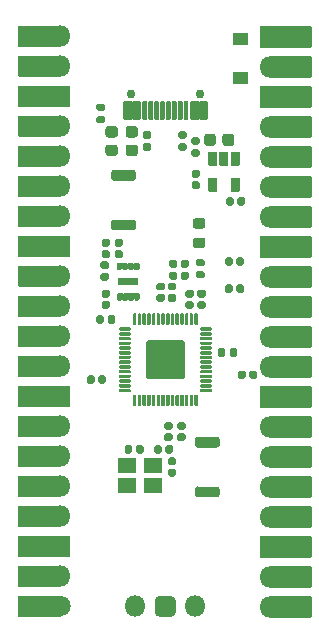
<source format=gts>
G04 #@! TF.GenerationSoftware,KiCad,Pcbnew,(5.1.10)-1*
G04 #@! TF.CreationDate,2021-11-01T09:15:16+00:00*
G04 #@! TF.ProjectId,EnvOpenPico,456e764f-7065-46e5-9069-636f2e6b6963,REV1*
G04 #@! TF.SameCoordinates,Original*
G04 #@! TF.FileFunction,Soldermask,Top*
G04 #@! TF.FilePolarity,Negative*
%FSLAX46Y46*%
G04 Gerber Fmt 4.6, Leading zero omitted, Abs format (unit mm)*
G04 Created by KiCad (PCBNEW (5.1.10)-1) date 2021-11-01 09:15:16*
%MOMM*%
%LPD*%
G01*
G04 APERTURE LIST*
%ADD10O,1.802000X1.802000*%
%ADD11C,1.802000*%
%ADD12C,0.752000*%
%ADD13C,0.100000*%
G04 APERTURE END LIST*
G36*
G01*
X99863000Y-81001000D02*
X99637000Y-81001000D01*
G75*
G02*
X99524000Y-80888000I0J113000D01*
G01*
X99524000Y-80487000D01*
G75*
G02*
X99637000Y-80374000I113000J0D01*
G01*
X99863000Y-80374000D01*
G75*
G02*
X99976000Y-80487000I0J-113000D01*
G01*
X99976000Y-80888000D01*
G75*
G02*
X99863000Y-81001000I-113000J0D01*
G01*
G37*
G36*
G01*
X100363000Y-81001000D02*
X100137000Y-81001000D01*
G75*
G02*
X100024000Y-80888000I0J113000D01*
G01*
X100024000Y-80487000D01*
G75*
G02*
X100137000Y-80374000I113000J0D01*
G01*
X100363000Y-80374000D01*
G75*
G02*
X100476000Y-80487000I0J-113000D01*
G01*
X100476000Y-80888000D01*
G75*
G02*
X100363000Y-81001000I-113000J0D01*
G01*
G37*
G36*
G01*
X100863000Y-81001000D02*
X100637000Y-81001000D01*
G75*
G02*
X100524000Y-80888000I0J113000D01*
G01*
X100524000Y-80487000D01*
G75*
G02*
X100637000Y-80374000I113000J0D01*
G01*
X100863000Y-80374000D01*
G75*
G02*
X100976000Y-80487000I0J-113000D01*
G01*
X100976000Y-80888000D01*
G75*
G02*
X100863000Y-81001000I-113000J0D01*
G01*
G37*
G36*
G01*
X101363000Y-81001000D02*
X101137000Y-81001000D01*
G75*
G02*
X101024000Y-80888000I0J113000D01*
G01*
X101024000Y-80487000D01*
G75*
G02*
X101137000Y-80374000I113000J0D01*
G01*
X101363000Y-80374000D01*
G75*
G02*
X101476000Y-80487000I0J-113000D01*
G01*
X101476000Y-80888000D01*
G75*
G02*
X101363000Y-81001000I-113000J0D01*
G01*
G37*
G36*
G01*
X101363000Y-78426000D02*
X101137000Y-78426000D01*
G75*
G02*
X101024000Y-78313000I0J113000D01*
G01*
X101024000Y-77912000D01*
G75*
G02*
X101137000Y-77799000I113000J0D01*
G01*
X101363000Y-77799000D01*
G75*
G02*
X101476000Y-77912000I0J-113000D01*
G01*
X101476000Y-78313000D01*
G75*
G02*
X101363000Y-78426000I-113000J0D01*
G01*
G37*
G36*
G01*
X100863000Y-78426000D02*
X100637000Y-78426000D01*
G75*
G02*
X100524000Y-78313000I0J113000D01*
G01*
X100524000Y-77912000D01*
G75*
G02*
X100637000Y-77799000I113000J0D01*
G01*
X100863000Y-77799000D01*
G75*
G02*
X100976000Y-77912000I0J-113000D01*
G01*
X100976000Y-78313000D01*
G75*
G02*
X100863000Y-78426000I-113000J0D01*
G01*
G37*
G36*
G01*
X100363000Y-78426000D02*
X100137000Y-78426000D01*
G75*
G02*
X100024000Y-78313000I0J113000D01*
G01*
X100024000Y-77912000D01*
G75*
G02*
X100137000Y-77799000I113000J0D01*
G01*
X100363000Y-77799000D01*
G75*
G02*
X100476000Y-77912000I0J-113000D01*
G01*
X100476000Y-78313000D01*
G75*
G02*
X100363000Y-78426000I-113000J0D01*
G01*
G37*
G36*
G01*
X99863000Y-78426000D02*
X99637000Y-78426000D01*
G75*
G02*
X99524000Y-78313000I0J113000D01*
G01*
X99524000Y-77912000D01*
G75*
G02*
X99637000Y-77799000I113000J0D01*
G01*
X99863000Y-77799000D01*
G75*
G02*
X99976000Y-77912000I0J-113000D01*
G01*
X99976000Y-78313000D01*
G75*
G02*
X99863000Y-78426000I-113000J0D01*
G01*
G37*
G36*
G01*
X101300000Y-79701000D02*
X99700000Y-79701000D01*
G75*
G02*
X99649000Y-79650000I0J51000D01*
G01*
X99649000Y-79150000D01*
G75*
G02*
X99700000Y-79099000I51000J0D01*
G01*
X101300000Y-79099000D01*
G75*
G02*
X101351000Y-79150000I0J-51000D01*
G01*
X101351000Y-79650000D01*
G75*
G02*
X101300000Y-79701000I-51000J0D01*
G01*
G37*
G36*
G01*
X108025500Y-97651000D02*
X106374500Y-97651000D01*
G75*
G02*
X106149000Y-97425500I0J225500D01*
G01*
X106149000Y-96974500D01*
G75*
G02*
X106374500Y-96749000I225500J0D01*
G01*
X108025500Y-96749000D01*
G75*
G02*
X108251000Y-96974500I0J-225500D01*
G01*
X108251000Y-97425500D01*
G75*
G02*
X108025500Y-97651000I-225500J0D01*
G01*
G37*
G36*
G01*
X108025500Y-93451000D02*
X106374500Y-93451000D01*
G75*
G02*
X106149000Y-93225500I0J225500D01*
G01*
X106149000Y-92774500D01*
G75*
G02*
X106374500Y-92549000I225500J0D01*
G01*
X108025500Y-92549000D01*
G75*
G02*
X108251000Y-92774500I0J-225500D01*
G01*
X108251000Y-93225500D01*
G75*
G02*
X108025500Y-93451000I-225500J0D01*
G01*
G37*
G36*
G01*
X116021000Y-80710000D02*
X116021000Y-82410000D01*
G75*
G02*
X115970000Y-82461000I-51000J0D01*
G01*
X112470000Y-82461000D01*
G75*
G02*
X112419000Y-82410000I0J51000D01*
G01*
X112419000Y-80710000D01*
G75*
G02*
X112470000Y-80659000I51000J0D01*
G01*
X115970000Y-80659000D01*
G75*
G02*
X116021000Y-80710000I0J-51000D01*
G01*
G37*
G36*
G01*
X116021000Y-65470000D02*
X116021000Y-67170000D01*
G75*
G02*
X115970000Y-67221000I-51000J0D01*
G01*
X112470000Y-67221000D01*
G75*
G02*
X112419000Y-67170000I0J51000D01*
G01*
X112419000Y-65470000D01*
G75*
G02*
X112470000Y-65419000I51000J0D01*
G01*
X115970000Y-65419000D01*
G75*
G02*
X116021000Y-65470000I0J-51000D01*
G01*
G37*
G36*
G01*
X116021000Y-78170000D02*
X116021000Y-79870000D01*
G75*
G02*
X115970000Y-79921000I-51000J0D01*
G01*
X112470000Y-79921000D01*
G75*
G02*
X112419000Y-79870000I0J51000D01*
G01*
X112419000Y-78170000D01*
G75*
G02*
X112470000Y-78119000I51000J0D01*
G01*
X115970000Y-78119000D01*
G75*
G02*
X116021000Y-78170000I0J-51000D01*
G01*
G37*
G36*
G01*
X116021000Y-57850000D02*
X116021000Y-59550000D01*
G75*
G02*
X115970000Y-59601000I-51000J0D01*
G01*
X112470000Y-59601000D01*
G75*
G02*
X112419000Y-59550000I0J51000D01*
G01*
X112419000Y-57850000D01*
G75*
G02*
X112470000Y-57799000I51000J0D01*
G01*
X115970000Y-57799000D01*
G75*
G02*
X116021000Y-57850000I0J-51000D01*
G01*
G37*
G36*
G01*
X116021000Y-62930000D02*
X116021000Y-64630000D01*
G75*
G02*
X115970000Y-64681000I-51000J0D01*
G01*
X112470000Y-64681000D01*
G75*
G02*
X112419000Y-64630000I0J51000D01*
G01*
X112419000Y-62930000D01*
G75*
G02*
X112470000Y-62879000I51000J0D01*
G01*
X115970000Y-62879000D01*
G75*
G02*
X116021000Y-62930000I0J-51000D01*
G01*
G37*
G36*
G01*
X116021000Y-75630000D02*
X116021000Y-77330000D01*
G75*
G02*
X115970000Y-77381000I-51000J0D01*
G01*
X112470000Y-77381000D01*
G75*
G02*
X112419000Y-77330000I0J51000D01*
G01*
X112419000Y-75630000D01*
G75*
G02*
X112470000Y-75579000I51000J0D01*
G01*
X115970000Y-75579000D01*
G75*
G02*
X116021000Y-75630000I0J-51000D01*
G01*
G37*
G36*
G01*
X116021000Y-88330000D02*
X116021000Y-90030000D01*
G75*
G02*
X115970000Y-90081000I-51000J0D01*
G01*
X112470000Y-90081000D01*
G75*
G02*
X112419000Y-90030000I0J51000D01*
G01*
X112419000Y-88330000D01*
G75*
G02*
X112470000Y-88279000I51000J0D01*
G01*
X115970000Y-88279000D01*
G75*
G02*
X116021000Y-88330000I0J-51000D01*
G01*
G37*
G36*
G01*
X116021000Y-60390000D02*
X116021000Y-62090000D01*
G75*
G02*
X115970000Y-62141000I-51000J0D01*
G01*
X112470000Y-62141000D01*
G75*
G02*
X112419000Y-62090000I0J51000D01*
G01*
X112419000Y-60390000D01*
G75*
G02*
X112470000Y-60339000I51000J0D01*
G01*
X115970000Y-60339000D01*
G75*
G02*
X116021000Y-60390000I0J-51000D01*
G01*
G37*
G36*
G01*
X116021000Y-68010000D02*
X116021000Y-69710000D01*
G75*
G02*
X115970000Y-69761000I-51000J0D01*
G01*
X112470000Y-69761000D01*
G75*
G02*
X112419000Y-69710000I0J51000D01*
G01*
X112419000Y-68010000D01*
G75*
G02*
X112470000Y-67959000I51000J0D01*
G01*
X115970000Y-67959000D01*
G75*
G02*
X116021000Y-68010000I0J-51000D01*
G01*
G37*
G36*
G01*
X116021000Y-70550000D02*
X116021000Y-72250000D01*
G75*
G02*
X115970000Y-72301000I-51000J0D01*
G01*
X112470000Y-72301000D01*
G75*
G02*
X112419000Y-72250000I0J51000D01*
G01*
X112419000Y-70550000D01*
G75*
G02*
X112470000Y-70499000I51000J0D01*
G01*
X115970000Y-70499000D01*
G75*
G02*
X116021000Y-70550000I0J-51000D01*
G01*
G37*
G36*
G01*
X116021000Y-73090000D02*
X116021000Y-74790000D01*
G75*
G02*
X115970000Y-74841000I-51000J0D01*
G01*
X112470000Y-74841000D01*
G75*
G02*
X112419000Y-74790000I0J51000D01*
G01*
X112419000Y-73090000D01*
G75*
G02*
X112470000Y-73039000I51000J0D01*
G01*
X115970000Y-73039000D01*
G75*
G02*
X116021000Y-73090000I0J-51000D01*
G01*
G37*
G36*
G01*
X116021000Y-83250000D02*
X116021000Y-84950000D01*
G75*
G02*
X115970000Y-85001000I-51000J0D01*
G01*
X112470000Y-85001000D01*
G75*
G02*
X112419000Y-84950000I0J51000D01*
G01*
X112419000Y-83250000D01*
G75*
G02*
X112470000Y-83199000I51000J0D01*
G01*
X115970000Y-83199000D01*
G75*
G02*
X116021000Y-83250000I0J-51000D01*
G01*
G37*
G36*
G01*
X116021000Y-90870000D02*
X116021000Y-92570000D01*
G75*
G02*
X115970000Y-92621000I-51000J0D01*
G01*
X112470000Y-92621000D01*
G75*
G02*
X112419000Y-92570000I0J51000D01*
G01*
X112419000Y-90870000D01*
G75*
G02*
X112470000Y-90819000I51000J0D01*
G01*
X115970000Y-90819000D01*
G75*
G02*
X116021000Y-90870000I0J-51000D01*
G01*
G37*
G36*
G01*
X116021000Y-85790000D02*
X116021000Y-87490000D01*
G75*
G02*
X115970000Y-87541000I-51000J0D01*
G01*
X112470000Y-87541000D01*
G75*
G02*
X112419000Y-87490000I0J51000D01*
G01*
X112419000Y-85790000D01*
G75*
G02*
X112470000Y-85739000I51000J0D01*
G01*
X115970000Y-85739000D01*
G75*
G02*
X116021000Y-85790000I0J-51000D01*
G01*
G37*
G36*
G01*
X116021000Y-106110000D02*
X116021000Y-107810000D01*
G75*
G02*
X115970000Y-107861000I-51000J0D01*
G01*
X112470000Y-107861000D01*
G75*
G02*
X112419000Y-107810000I0J51000D01*
G01*
X112419000Y-106110000D01*
G75*
G02*
X112470000Y-106059000I51000J0D01*
G01*
X115970000Y-106059000D01*
G75*
G02*
X116021000Y-106110000I0J-51000D01*
G01*
G37*
G36*
G01*
X116021000Y-93410000D02*
X116021000Y-95110000D01*
G75*
G02*
X115970000Y-95161000I-51000J0D01*
G01*
X112470000Y-95161000D01*
G75*
G02*
X112419000Y-95110000I0J51000D01*
G01*
X112419000Y-93410000D01*
G75*
G02*
X112470000Y-93359000I51000J0D01*
G01*
X115970000Y-93359000D01*
G75*
G02*
X116021000Y-93410000I0J-51000D01*
G01*
G37*
G36*
G01*
X116021000Y-103570000D02*
X116021000Y-105270000D01*
G75*
G02*
X115970000Y-105321000I-51000J0D01*
G01*
X112470000Y-105321000D01*
G75*
G02*
X112419000Y-105270000I0J51000D01*
G01*
X112419000Y-103570000D01*
G75*
G02*
X112470000Y-103519000I51000J0D01*
G01*
X115970000Y-103519000D01*
G75*
G02*
X116021000Y-103570000I0J-51000D01*
G01*
G37*
G36*
G01*
X116021000Y-95950000D02*
X116021000Y-97650000D01*
G75*
G02*
X115970000Y-97701000I-51000J0D01*
G01*
X112470000Y-97701000D01*
G75*
G02*
X112419000Y-97650000I0J51000D01*
G01*
X112419000Y-95950000D01*
G75*
G02*
X112470000Y-95899000I51000J0D01*
G01*
X115970000Y-95899000D01*
G75*
G02*
X116021000Y-95950000I0J-51000D01*
G01*
G37*
G36*
G01*
X116021000Y-101030000D02*
X116021000Y-102730000D01*
G75*
G02*
X115970000Y-102781000I-51000J0D01*
G01*
X112470000Y-102781000D01*
G75*
G02*
X112419000Y-102730000I0J51000D01*
G01*
X112419000Y-101030000D01*
G75*
G02*
X112470000Y-100979000I51000J0D01*
G01*
X115970000Y-100979000D01*
G75*
G02*
X116021000Y-101030000I0J-51000D01*
G01*
G37*
G36*
G01*
X116021000Y-98490000D02*
X116021000Y-100190000D01*
G75*
G02*
X115970000Y-100241000I-51000J0D01*
G01*
X112470000Y-100241000D01*
G75*
G02*
X112419000Y-100190000I0J51000D01*
G01*
X112419000Y-98490000D01*
G75*
G02*
X112470000Y-98439000I51000J0D01*
G01*
X115970000Y-98439000D01*
G75*
G02*
X116021000Y-98490000I0J-51000D01*
G01*
G37*
G36*
G01*
X113421000Y-57850000D02*
X113421000Y-59550000D01*
G75*
G02*
X113370000Y-59601000I-51000J0D01*
G01*
X111670000Y-59601000D01*
G75*
G02*
X111619000Y-59550000I0J51000D01*
G01*
X111619000Y-57850000D01*
G75*
G02*
X111670000Y-57799000I51000J0D01*
G01*
X113370000Y-57799000D01*
G75*
G02*
X113421000Y-57850000I0J-51000D01*
G01*
G37*
D10*
X112520000Y-61240000D03*
G36*
G01*
X113421000Y-62930000D02*
X113421000Y-64630000D01*
G75*
G02*
X113370000Y-64681000I-51000J0D01*
G01*
X111670000Y-64681000D01*
G75*
G02*
X111619000Y-64630000I0J51000D01*
G01*
X111619000Y-62930000D01*
G75*
G02*
X111670000Y-62879000I51000J0D01*
G01*
X113370000Y-62879000D01*
G75*
G02*
X113421000Y-62930000I0J-51000D01*
G01*
G37*
X112520000Y-66320000D03*
X112520000Y-68860000D03*
X112520000Y-71400000D03*
X112520000Y-73940000D03*
G36*
G01*
X113421000Y-75630000D02*
X113421000Y-77330000D01*
G75*
G02*
X113370000Y-77381000I-51000J0D01*
G01*
X111670000Y-77381000D01*
G75*
G02*
X111619000Y-77330000I0J51000D01*
G01*
X111619000Y-75630000D01*
G75*
G02*
X111670000Y-75579000I51000J0D01*
G01*
X113370000Y-75579000D01*
G75*
G02*
X113421000Y-75630000I0J-51000D01*
G01*
G37*
X112520000Y-79020000D03*
X112520000Y-81560000D03*
X112520000Y-84100000D03*
X112520000Y-86640000D03*
G36*
G01*
X113421000Y-88330000D02*
X113421000Y-90030000D01*
G75*
G02*
X113370000Y-90081000I-51000J0D01*
G01*
X111670000Y-90081000D01*
G75*
G02*
X111619000Y-90030000I0J51000D01*
G01*
X111619000Y-88330000D01*
G75*
G02*
X111670000Y-88279000I51000J0D01*
G01*
X113370000Y-88279000D01*
G75*
G02*
X113421000Y-88330000I0J-51000D01*
G01*
G37*
X112520000Y-91720000D03*
X112520000Y-94260000D03*
X112520000Y-96800000D03*
X112520000Y-99340000D03*
G36*
G01*
X113421000Y-101030000D02*
X113421000Y-102730000D01*
G75*
G02*
X113370000Y-102781000I-51000J0D01*
G01*
X111670000Y-102781000D01*
G75*
G02*
X111619000Y-102730000I0J51000D01*
G01*
X111619000Y-101030000D01*
G75*
G02*
X111670000Y-100979000I51000J0D01*
G01*
X113370000Y-100979000D01*
G75*
G02*
X113421000Y-101030000I0J-51000D01*
G01*
G37*
X112520000Y-104420000D03*
X112520000Y-106960000D03*
G36*
G01*
X91199000Y-59490000D02*
X91199000Y-57790000D01*
G75*
G02*
X91250000Y-57739000I51000J0D01*
G01*
X94750000Y-57739000D01*
G75*
G02*
X94801000Y-57790000I0J-51000D01*
G01*
X94801000Y-59490000D01*
G75*
G02*
X94750000Y-59541000I-51000J0D01*
G01*
X91250000Y-59541000D01*
G75*
G02*
X91199000Y-59490000I0J51000D01*
G01*
G37*
G36*
G01*
X91199000Y-102670000D02*
X91199000Y-100970000D01*
G75*
G02*
X91250000Y-100919000I51000J0D01*
G01*
X94750000Y-100919000D01*
G75*
G02*
X94801000Y-100970000I0J-51000D01*
G01*
X94801000Y-102670000D01*
G75*
G02*
X94750000Y-102721000I-51000J0D01*
G01*
X91250000Y-102721000D01*
G75*
G02*
X91199000Y-102670000I0J51000D01*
G01*
G37*
G36*
G01*
X91199000Y-64570000D02*
X91199000Y-62870000D01*
G75*
G02*
X91250000Y-62819000I51000J0D01*
G01*
X94750000Y-62819000D01*
G75*
G02*
X94801000Y-62870000I0J-51000D01*
G01*
X94801000Y-64570000D01*
G75*
G02*
X94750000Y-64621000I-51000J0D01*
G01*
X91250000Y-64621000D01*
G75*
G02*
X91199000Y-64570000I0J51000D01*
G01*
G37*
G36*
G01*
X91199000Y-84890000D02*
X91199000Y-83190000D01*
G75*
G02*
X91250000Y-83139000I51000J0D01*
G01*
X94750000Y-83139000D01*
G75*
G02*
X94801000Y-83190000I0J-51000D01*
G01*
X94801000Y-84890000D01*
G75*
G02*
X94750000Y-84941000I-51000J0D01*
G01*
X91250000Y-84941000D01*
G75*
G02*
X91199000Y-84890000I0J51000D01*
G01*
G37*
G36*
G01*
X91199000Y-107750000D02*
X91199000Y-106050000D01*
G75*
G02*
X91250000Y-105999000I51000J0D01*
G01*
X94750000Y-105999000D01*
G75*
G02*
X94801000Y-106050000I0J-51000D01*
G01*
X94801000Y-107750000D01*
G75*
G02*
X94750000Y-107801000I-51000J0D01*
G01*
X91250000Y-107801000D01*
G75*
G02*
X91199000Y-107750000I0J51000D01*
G01*
G37*
G36*
G01*
X91199000Y-77270000D02*
X91199000Y-75570000D01*
G75*
G02*
X91250000Y-75519000I51000J0D01*
G01*
X94750000Y-75519000D01*
G75*
G02*
X94801000Y-75570000I0J-51000D01*
G01*
X94801000Y-77270000D01*
G75*
G02*
X94750000Y-77321000I-51000J0D01*
G01*
X91250000Y-77321000D01*
G75*
G02*
X91199000Y-77270000I0J51000D01*
G01*
G37*
G36*
G01*
X91199000Y-82350000D02*
X91199000Y-80650000D01*
G75*
G02*
X91250000Y-80599000I51000J0D01*
G01*
X94750000Y-80599000D01*
G75*
G02*
X94801000Y-80650000I0J-51000D01*
G01*
X94801000Y-82350000D01*
G75*
G02*
X94750000Y-82401000I-51000J0D01*
G01*
X91250000Y-82401000D01*
G75*
G02*
X91199000Y-82350000I0J51000D01*
G01*
G37*
G36*
G01*
X91199000Y-97590000D02*
X91199000Y-95890000D01*
G75*
G02*
X91250000Y-95839000I51000J0D01*
G01*
X94750000Y-95839000D01*
G75*
G02*
X94801000Y-95890000I0J-51000D01*
G01*
X94801000Y-97590000D01*
G75*
G02*
X94750000Y-97641000I-51000J0D01*
G01*
X91250000Y-97641000D01*
G75*
G02*
X91199000Y-97590000I0J51000D01*
G01*
G37*
G36*
G01*
X91189000Y-92510000D02*
X91189000Y-90810000D01*
G75*
G02*
X91240000Y-90759000I51000J0D01*
G01*
X94740000Y-90759000D01*
G75*
G02*
X94791000Y-90810000I0J-51000D01*
G01*
X94791000Y-92510000D01*
G75*
G02*
X94740000Y-92561000I-51000J0D01*
G01*
X91240000Y-92561000D01*
G75*
G02*
X91189000Y-92510000I0J51000D01*
G01*
G37*
G36*
G01*
X91199000Y-67100000D02*
X91199000Y-65400000D01*
G75*
G02*
X91250000Y-65349000I51000J0D01*
G01*
X94750000Y-65349000D01*
G75*
G02*
X94801000Y-65400000I0J-51000D01*
G01*
X94801000Y-67100000D01*
G75*
G02*
X94750000Y-67151000I-51000J0D01*
G01*
X91250000Y-67151000D01*
G75*
G02*
X91199000Y-67100000I0J51000D01*
G01*
G37*
G36*
G01*
X91199000Y-62020000D02*
X91199000Y-60320000D01*
G75*
G02*
X91250000Y-60269000I51000J0D01*
G01*
X94750000Y-60269000D01*
G75*
G02*
X94801000Y-60320000I0J-51000D01*
G01*
X94801000Y-62020000D01*
G75*
G02*
X94750000Y-62071000I-51000J0D01*
G01*
X91250000Y-62071000D01*
G75*
G02*
X91199000Y-62020000I0J51000D01*
G01*
G37*
G36*
G01*
X91199000Y-69650000D02*
X91199000Y-67950000D01*
G75*
G02*
X91250000Y-67899000I51000J0D01*
G01*
X94750000Y-67899000D01*
G75*
G02*
X94801000Y-67950000I0J-51000D01*
G01*
X94801000Y-69650000D01*
G75*
G02*
X94750000Y-69701000I-51000J0D01*
G01*
X91250000Y-69701000D01*
G75*
G02*
X91199000Y-69650000I0J51000D01*
G01*
G37*
G36*
G01*
X91209000Y-79810000D02*
X91209000Y-78110000D01*
G75*
G02*
X91260000Y-78059000I51000J0D01*
G01*
X94760000Y-78059000D01*
G75*
G02*
X94811000Y-78110000I0J-51000D01*
G01*
X94811000Y-79810000D01*
G75*
G02*
X94760000Y-79861000I-51000J0D01*
G01*
X91260000Y-79861000D01*
G75*
G02*
X91209000Y-79810000I0J51000D01*
G01*
G37*
G36*
G01*
X91199000Y-72190000D02*
X91199000Y-70490000D01*
G75*
G02*
X91250000Y-70439000I51000J0D01*
G01*
X94750000Y-70439000D01*
G75*
G02*
X94801000Y-70490000I0J-51000D01*
G01*
X94801000Y-72190000D01*
G75*
G02*
X94750000Y-72241000I-51000J0D01*
G01*
X91250000Y-72241000D01*
G75*
G02*
X91199000Y-72190000I0J51000D01*
G01*
G37*
G36*
G01*
X91199000Y-87430000D02*
X91199000Y-85730000D01*
G75*
G02*
X91250000Y-85679000I51000J0D01*
G01*
X94750000Y-85679000D01*
G75*
G02*
X94801000Y-85730000I0J-51000D01*
G01*
X94801000Y-87430000D01*
G75*
G02*
X94750000Y-87481000I-51000J0D01*
G01*
X91250000Y-87481000D01*
G75*
G02*
X91199000Y-87430000I0J51000D01*
G01*
G37*
G36*
G01*
X91199000Y-89970000D02*
X91199000Y-88270000D01*
G75*
G02*
X91250000Y-88219000I51000J0D01*
G01*
X94750000Y-88219000D01*
G75*
G02*
X94801000Y-88270000I0J-51000D01*
G01*
X94801000Y-89970000D01*
G75*
G02*
X94750000Y-90021000I-51000J0D01*
G01*
X91250000Y-90021000D01*
G75*
G02*
X91199000Y-89970000I0J51000D01*
G01*
G37*
G36*
G01*
X91199000Y-95050000D02*
X91199000Y-93350000D01*
G75*
G02*
X91250000Y-93299000I51000J0D01*
G01*
X94750000Y-93299000D01*
G75*
G02*
X94801000Y-93350000I0J-51000D01*
G01*
X94801000Y-95050000D01*
G75*
G02*
X94750000Y-95101000I-51000J0D01*
G01*
X91250000Y-95101000D01*
G75*
G02*
X91199000Y-95050000I0J51000D01*
G01*
G37*
G36*
G01*
X91199000Y-100130000D02*
X91199000Y-98430000D01*
G75*
G02*
X91250000Y-98379000I51000J0D01*
G01*
X94750000Y-98379000D01*
G75*
G02*
X94801000Y-98430000I0J-51000D01*
G01*
X94801000Y-100130000D01*
G75*
G02*
X94750000Y-100181000I-51000J0D01*
G01*
X91250000Y-100181000D01*
G75*
G02*
X91199000Y-100130000I0J51000D01*
G01*
G37*
G36*
G01*
X91199000Y-74730000D02*
X91199000Y-73030000D01*
G75*
G02*
X91250000Y-72979000I51000J0D01*
G01*
X94750000Y-72979000D01*
G75*
G02*
X94801000Y-73030000I0J-51000D01*
G01*
X94801000Y-74730000D01*
G75*
G02*
X94750000Y-74781000I-51000J0D01*
G01*
X91250000Y-74781000D01*
G75*
G02*
X91199000Y-74730000I0J51000D01*
G01*
G37*
G36*
G01*
X91199000Y-105210000D02*
X91199000Y-103510000D01*
G75*
G02*
X91250000Y-103459000I51000J0D01*
G01*
X94750000Y-103459000D01*
G75*
G02*
X94801000Y-103510000I0J-51000D01*
G01*
X94801000Y-105210000D01*
G75*
G02*
X94750000Y-105261000I-51000J0D01*
G01*
X91250000Y-105261000D01*
G75*
G02*
X91199000Y-105210000I0J51000D01*
G01*
G37*
D11*
X94700000Y-106900000D03*
D10*
X94700000Y-104360000D03*
G36*
G01*
X93799000Y-102670000D02*
X93799000Y-100970000D01*
G75*
G02*
X93850000Y-100919000I51000J0D01*
G01*
X95550000Y-100919000D01*
G75*
G02*
X95601000Y-100970000I0J-51000D01*
G01*
X95601000Y-102670000D01*
G75*
G02*
X95550000Y-102721000I-51000J0D01*
G01*
X93850000Y-102721000D01*
G75*
G02*
X93799000Y-102670000I0J51000D01*
G01*
G37*
X94700000Y-99280000D03*
X94700000Y-96740000D03*
X94700000Y-94200000D03*
X94700000Y-91660000D03*
G36*
G01*
X93799000Y-89970000D02*
X93799000Y-88270000D01*
G75*
G02*
X93850000Y-88219000I51000J0D01*
G01*
X95550000Y-88219000D01*
G75*
G02*
X95601000Y-88270000I0J-51000D01*
G01*
X95601000Y-89970000D01*
G75*
G02*
X95550000Y-90021000I-51000J0D01*
G01*
X93850000Y-90021000D01*
G75*
G02*
X93799000Y-89970000I0J51000D01*
G01*
G37*
X94700000Y-86580000D03*
X94700000Y-84040000D03*
X94700000Y-81500000D03*
X94700000Y-78960000D03*
G36*
G01*
X93799000Y-77270000D02*
X93799000Y-75570000D01*
G75*
G02*
X93850000Y-75519000I51000J0D01*
G01*
X95550000Y-75519000D01*
G75*
G02*
X95601000Y-75570000I0J-51000D01*
G01*
X95601000Y-77270000D01*
G75*
G02*
X95550000Y-77321000I-51000J0D01*
G01*
X93850000Y-77321000D01*
G75*
G02*
X93799000Y-77270000I0J51000D01*
G01*
G37*
X94700000Y-73880000D03*
X94700000Y-71340000D03*
X94700000Y-68800000D03*
X94700000Y-66260000D03*
G36*
G01*
X93799000Y-64570000D02*
X93799000Y-62870000D01*
G75*
G02*
X93850000Y-62819000I51000J0D01*
G01*
X95550000Y-62819000D01*
G75*
G02*
X95601000Y-62870000I0J-51000D01*
G01*
X95601000Y-64570000D01*
G75*
G02*
X95550000Y-64621000I-51000J0D01*
G01*
X93850000Y-64621000D01*
G75*
G02*
X93799000Y-64570000I0J51000D01*
G01*
G37*
X94700000Y-61180000D03*
X94700000Y-58640000D03*
G36*
G01*
X98388500Y-64979000D02*
X97967500Y-64979000D01*
G75*
G02*
X97807000Y-64818500I0J160500D01*
G01*
X97807000Y-64497500D01*
G75*
G02*
X97967500Y-64337000I160500J0D01*
G01*
X98388500Y-64337000D01*
G75*
G02*
X98549000Y-64497500I0J-160500D01*
G01*
X98549000Y-64818500D01*
G75*
G02*
X98388500Y-64979000I-160500J0D01*
G01*
G37*
G36*
G01*
X98388500Y-65999000D02*
X97967500Y-65999000D01*
G75*
G02*
X97807000Y-65838500I0J160500D01*
G01*
X97807000Y-65517500D01*
G75*
G02*
X97967500Y-65357000I160500J0D01*
G01*
X98388500Y-65357000D01*
G75*
G02*
X98549000Y-65517500I0J-160500D01*
G01*
X98549000Y-65838500D01*
G75*
G02*
X98388500Y-65999000I-160500J0D01*
G01*
G37*
G36*
G01*
X99381750Y-67201000D02*
X98818250Y-67201000D01*
G75*
G02*
X98574000Y-66956750I0J244250D01*
G01*
X98574000Y-66468250D01*
G75*
G02*
X98818250Y-66224000I244250J0D01*
G01*
X99381750Y-66224000D01*
G75*
G02*
X99626000Y-66468250I0J-244250D01*
G01*
X99626000Y-66956750D01*
G75*
G02*
X99381750Y-67201000I-244250J0D01*
G01*
G37*
G36*
G01*
X99381750Y-68776000D02*
X98818250Y-68776000D01*
G75*
G02*
X98574000Y-68531750I0J244250D01*
G01*
X98574000Y-68043250D01*
G75*
G02*
X98818250Y-67799000I244250J0D01*
G01*
X99381750Y-67799000D01*
G75*
G02*
X99626000Y-68043250I0J-244250D01*
G01*
X99626000Y-68531750D01*
G75*
G02*
X99381750Y-68776000I-244250J0D01*
G01*
G37*
G36*
G01*
X100518250Y-67799000D02*
X101081750Y-67799000D01*
G75*
G02*
X101326000Y-68043250I0J-244250D01*
G01*
X101326000Y-68531750D01*
G75*
G02*
X101081750Y-68776000I-244250J0D01*
G01*
X100518250Y-68776000D01*
G75*
G02*
X100274000Y-68531750I0J244250D01*
G01*
X100274000Y-68043250D01*
G75*
G02*
X100518250Y-67799000I244250J0D01*
G01*
G37*
G36*
G01*
X100518250Y-66224000D02*
X101081750Y-66224000D01*
G75*
G02*
X101326000Y-66468250I0J-244250D01*
G01*
X101326000Y-66956750D01*
G75*
G02*
X101081750Y-67201000I-244250J0D01*
G01*
X100518250Y-67201000D01*
G75*
G02*
X100274000Y-66956750I0J244250D01*
G01*
X100274000Y-66468250D01*
G75*
G02*
X100518250Y-66224000I244250J0D01*
G01*
G37*
G36*
G01*
X100925500Y-75051000D02*
X99274500Y-75051000D01*
G75*
G02*
X99049000Y-74825500I0J225500D01*
G01*
X99049000Y-74374500D01*
G75*
G02*
X99274500Y-74149000I225500J0D01*
G01*
X100925500Y-74149000D01*
G75*
G02*
X101151000Y-74374500I0J-225500D01*
G01*
X101151000Y-74825500D01*
G75*
G02*
X100925500Y-75051000I-225500J0D01*
G01*
G37*
G36*
G01*
X100925500Y-70851000D02*
X99274500Y-70851000D01*
G75*
G02*
X99049000Y-70625500I0J225500D01*
G01*
X99049000Y-70174500D01*
G75*
G02*
X99274500Y-69949000I225500J0D01*
G01*
X100925500Y-69949000D01*
G75*
G02*
X101151000Y-70174500I0J-225500D01*
G01*
X101151000Y-70625500D01*
G75*
G02*
X100925500Y-70851000I-225500J0D01*
G01*
G37*
G36*
G01*
X105089500Y-78589000D02*
X105510500Y-78589000D01*
G75*
G02*
X105671000Y-78749500I0J-160500D01*
G01*
X105671000Y-79070500D01*
G75*
G02*
X105510500Y-79231000I-160500J0D01*
G01*
X105089500Y-79231000D01*
G75*
G02*
X104929000Y-79070500I0J160500D01*
G01*
X104929000Y-78749500D01*
G75*
G02*
X105089500Y-78589000I160500J0D01*
G01*
G37*
G36*
G01*
X105089500Y-77569000D02*
X105510500Y-77569000D01*
G75*
G02*
X105671000Y-77729500I0J-160500D01*
G01*
X105671000Y-78050500D01*
G75*
G02*
X105510500Y-78211000I-160500J0D01*
G01*
X105089500Y-78211000D01*
G75*
G02*
X104929000Y-78050500I0J160500D01*
G01*
X104929000Y-77729500D01*
G75*
G02*
X105089500Y-77569000I160500J0D01*
G01*
G37*
G36*
G01*
X104089500Y-78589000D02*
X104510500Y-78589000D01*
G75*
G02*
X104671000Y-78749500I0J-160500D01*
G01*
X104671000Y-79070500D01*
G75*
G02*
X104510500Y-79231000I-160500J0D01*
G01*
X104089500Y-79231000D01*
G75*
G02*
X103929000Y-79070500I0J160500D01*
G01*
X103929000Y-78749500D01*
G75*
G02*
X104089500Y-78589000I160500J0D01*
G01*
G37*
G36*
G01*
X104089500Y-77569000D02*
X104510500Y-77569000D01*
G75*
G02*
X104671000Y-77729500I0J-160500D01*
G01*
X104671000Y-78050500D01*
G75*
G02*
X104510500Y-78211000I-160500J0D01*
G01*
X104089500Y-78211000D01*
G75*
G02*
X103929000Y-78050500I0J160500D01*
G01*
X103929000Y-77729500D01*
G75*
G02*
X104089500Y-77569000I160500J0D01*
G01*
G37*
G36*
G01*
X100776000Y-64195000D02*
X100776000Y-65645000D01*
G75*
G02*
X100725000Y-65696000I-51000J0D01*
G01*
X100125000Y-65696000D01*
G75*
G02*
X100074000Y-65645000I0J51000D01*
G01*
X100074000Y-64195000D01*
G75*
G02*
X100125000Y-64144000I51000J0D01*
G01*
X100725000Y-64144000D01*
G75*
G02*
X100776000Y-64195000I0J-51000D01*
G01*
G37*
G36*
G01*
X107226000Y-64195000D02*
X107226000Y-65645000D01*
G75*
G02*
X107175000Y-65696000I-51000J0D01*
G01*
X106575000Y-65696000D01*
G75*
G02*
X106524000Y-65645000I0J51000D01*
G01*
X106524000Y-64195000D01*
G75*
G02*
X106575000Y-64144000I51000J0D01*
G01*
X107175000Y-64144000D01*
G75*
G02*
X107226000Y-64195000I0J-51000D01*
G01*
G37*
G36*
G01*
X101551000Y-64195000D02*
X101551000Y-65645000D01*
G75*
G02*
X101500000Y-65696000I-51000J0D01*
G01*
X100900000Y-65696000D01*
G75*
G02*
X100849000Y-65645000I0J51000D01*
G01*
X100849000Y-64195000D01*
G75*
G02*
X100900000Y-64144000I51000J0D01*
G01*
X101500000Y-64144000D01*
G75*
G02*
X101551000Y-64195000I0J-51000D01*
G01*
G37*
G36*
G01*
X106451000Y-64195000D02*
X106451000Y-65645000D01*
G75*
G02*
X106400000Y-65696000I-51000J0D01*
G01*
X105800000Y-65696000D01*
G75*
G02*
X105749000Y-65645000I0J51000D01*
G01*
X105749000Y-64195000D01*
G75*
G02*
X105800000Y-64144000I51000J0D01*
G01*
X106400000Y-64144000D01*
G75*
G02*
X106451000Y-64195000I0J-51000D01*
G01*
G37*
G36*
G01*
X105601000Y-64195000D02*
X105601000Y-65645000D01*
G75*
G02*
X105550000Y-65696000I-51000J0D01*
G01*
X105250000Y-65696000D01*
G75*
G02*
X105199000Y-65645000I0J51000D01*
G01*
X105199000Y-64195000D01*
G75*
G02*
X105250000Y-64144000I51000J0D01*
G01*
X105550000Y-64144000D01*
G75*
G02*
X105601000Y-64195000I0J-51000D01*
G01*
G37*
G36*
G01*
X102101000Y-64195000D02*
X102101000Y-65645000D01*
G75*
G02*
X102050000Y-65696000I-51000J0D01*
G01*
X101750000Y-65696000D01*
G75*
G02*
X101699000Y-65645000I0J51000D01*
G01*
X101699000Y-64195000D01*
G75*
G02*
X101750000Y-64144000I51000J0D01*
G01*
X102050000Y-64144000D01*
G75*
G02*
X102101000Y-64195000I0J-51000D01*
G01*
G37*
G36*
G01*
X105101000Y-64195000D02*
X105101000Y-65645000D01*
G75*
G02*
X105050000Y-65696000I-51000J0D01*
G01*
X104750000Y-65696000D01*
G75*
G02*
X104699000Y-65645000I0J51000D01*
G01*
X104699000Y-64195000D01*
G75*
G02*
X104750000Y-64144000I51000J0D01*
G01*
X105050000Y-64144000D01*
G75*
G02*
X105101000Y-64195000I0J-51000D01*
G01*
G37*
G36*
G01*
X102601000Y-64195000D02*
X102601000Y-65645000D01*
G75*
G02*
X102550000Y-65696000I-51000J0D01*
G01*
X102250000Y-65696000D01*
G75*
G02*
X102199000Y-65645000I0J51000D01*
G01*
X102199000Y-64195000D01*
G75*
G02*
X102250000Y-64144000I51000J0D01*
G01*
X102550000Y-64144000D01*
G75*
G02*
X102601000Y-64195000I0J-51000D01*
G01*
G37*
G36*
G01*
X104601000Y-64195000D02*
X104601000Y-65645000D01*
G75*
G02*
X104550000Y-65696000I-51000J0D01*
G01*
X104250000Y-65696000D01*
G75*
G02*
X104199000Y-65645000I0J51000D01*
G01*
X104199000Y-64195000D01*
G75*
G02*
X104250000Y-64144000I51000J0D01*
G01*
X104550000Y-64144000D01*
G75*
G02*
X104601000Y-64195000I0J-51000D01*
G01*
G37*
G36*
G01*
X103101000Y-64195000D02*
X103101000Y-65645000D01*
G75*
G02*
X103050000Y-65696000I-51000J0D01*
G01*
X102750000Y-65696000D01*
G75*
G02*
X102699000Y-65645000I0J51000D01*
G01*
X102699000Y-64195000D01*
G75*
G02*
X102750000Y-64144000I51000J0D01*
G01*
X103050000Y-64144000D01*
G75*
G02*
X103101000Y-64195000I0J-51000D01*
G01*
G37*
G36*
G01*
X103601000Y-64195000D02*
X103601000Y-65645000D01*
G75*
G02*
X103550000Y-65696000I-51000J0D01*
G01*
X103250000Y-65696000D01*
G75*
G02*
X103199000Y-65645000I0J51000D01*
G01*
X103199000Y-64195000D01*
G75*
G02*
X103250000Y-64144000I51000J0D01*
G01*
X103550000Y-64144000D01*
G75*
G02*
X103601000Y-64195000I0J-51000D01*
G01*
G37*
G36*
G01*
X104101000Y-64195000D02*
X104101000Y-65645000D01*
G75*
G02*
X104050000Y-65696000I-51000J0D01*
G01*
X103750000Y-65696000D01*
G75*
G02*
X103699000Y-65645000I0J51000D01*
G01*
X103699000Y-64195000D01*
G75*
G02*
X103750000Y-64144000I51000J0D01*
G01*
X104050000Y-64144000D01*
G75*
G02*
X104101000Y-64195000I0J-51000D01*
G01*
G37*
D12*
X100760000Y-63475000D03*
X106540000Y-63475000D03*
G36*
G01*
X103649000Y-93795500D02*
X103649000Y-93404500D01*
G75*
G02*
X103814500Y-93239000I165500J0D01*
G01*
X104145500Y-93239000D01*
G75*
G02*
X104311000Y-93404500I0J-165500D01*
G01*
X104311000Y-93795500D01*
G75*
G02*
X104145500Y-93961000I-165500J0D01*
G01*
X103814500Y-93961000D01*
G75*
G02*
X103649000Y-93795500I0J165500D01*
G01*
G37*
G36*
G01*
X102689000Y-93795500D02*
X102689000Y-93404500D01*
G75*
G02*
X102854500Y-93239000I165500J0D01*
G01*
X103185500Y-93239000D01*
G75*
G02*
X103351000Y-93404500I0J-165500D01*
G01*
X103351000Y-93795500D01*
G75*
G02*
X103185500Y-93961000I-165500J0D01*
G01*
X102854500Y-93961000D01*
G75*
G02*
X102689000Y-93795500I0J165500D01*
G01*
G37*
G36*
G01*
X104395500Y-95911000D02*
X104004500Y-95911000D01*
G75*
G02*
X103839000Y-95745500I0J165500D01*
G01*
X103839000Y-95414500D01*
G75*
G02*
X104004500Y-95249000I165500J0D01*
G01*
X104395500Y-95249000D01*
G75*
G02*
X104561000Y-95414500I0J-165500D01*
G01*
X104561000Y-95745500D01*
G75*
G02*
X104395500Y-95911000I-165500J0D01*
G01*
G37*
G36*
G01*
X104395500Y-94951000D02*
X104004500Y-94951000D01*
G75*
G02*
X103839000Y-94785500I0J165500D01*
G01*
X103839000Y-94454500D01*
G75*
G02*
X104004500Y-94289000I165500J0D01*
G01*
X104395500Y-94289000D01*
G75*
G02*
X104561000Y-94454500I0J-165500D01*
G01*
X104561000Y-94785500D01*
G75*
G02*
X104395500Y-94951000I-165500J0D01*
G01*
G37*
G36*
G01*
X106420500Y-70601000D02*
X106029500Y-70601000D01*
G75*
G02*
X105864000Y-70435500I0J165500D01*
G01*
X105864000Y-70104500D01*
G75*
G02*
X106029500Y-69939000I165500J0D01*
G01*
X106420500Y-69939000D01*
G75*
G02*
X106586000Y-70104500I0J-165500D01*
G01*
X106586000Y-70435500D01*
G75*
G02*
X106420500Y-70601000I-165500J0D01*
G01*
G37*
G36*
G01*
X106420500Y-71561000D02*
X106029500Y-71561000D01*
G75*
G02*
X105864000Y-71395500I0J165500D01*
G01*
X105864000Y-71064500D01*
G75*
G02*
X106029500Y-70899000I165500J0D01*
G01*
X106420500Y-70899000D01*
G75*
G02*
X106586000Y-71064500I0J-165500D01*
G01*
X106586000Y-71395500D01*
G75*
G02*
X106420500Y-71561000I-165500J0D01*
G01*
G37*
G36*
G01*
X109224999Y-70619000D02*
X109875001Y-70619000D01*
G75*
G02*
X109926000Y-70669999I0J-50999D01*
G01*
X109926000Y-71730001D01*
G75*
G02*
X109875001Y-71781000I-50999J0D01*
G01*
X109224999Y-71781000D01*
G75*
G02*
X109174000Y-71730001I0J50999D01*
G01*
X109174000Y-70669999D01*
G75*
G02*
X109224999Y-70619000I50999J0D01*
G01*
G37*
G36*
G01*
X107324999Y-70619000D02*
X107975001Y-70619000D01*
G75*
G02*
X108026000Y-70669999I0J-50999D01*
G01*
X108026000Y-71730001D01*
G75*
G02*
X107975001Y-71781000I-50999J0D01*
G01*
X107324999Y-71781000D01*
G75*
G02*
X107274000Y-71730001I0J50999D01*
G01*
X107274000Y-70669999D01*
G75*
G02*
X107324999Y-70619000I50999J0D01*
G01*
G37*
G36*
G01*
X107324999Y-68419000D02*
X107975001Y-68419000D01*
G75*
G02*
X108026000Y-68469999I0J-50999D01*
G01*
X108026000Y-69530001D01*
G75*
G02*
X107975001Y-69581000I-50999J0D01*
G01*
X107324999Y-69581000D01*
G75*
G02*
X107274000Y-69530001I0J50999D01*
G01*
X107274000Y-68469999D01*
G75*
G02*
X107324999Y-68419000I50999J0D01*
G01*
G37*
G36*
G01*
X108274999Y-68419000D02*
X108925001Y-68419000D01*
G75*
G02*
X108976000Y-68469999I0J-50999D01*
G01*
X108976000Y-69530001D01*
G75*
G02*
X108925001Y-69581000I-50999J0D01*
G01*
X108274999Y-69581000D01*
G75*
G02*
X108224000Y-69530001I0J50999D01*
G01*
X108224000Y-68469999D01*
G75*
G02*
X108274999Y-68419000I50999J0D01*
G01*
G37*
G36*
G01*
X109224999Y-68419000D02*
X109875001Y-68419000D01*
G75*
G02*
X109926000Y-68469999I0J-50999D01*
G01*
X109926000Y-69530001D01*
G75*
G02*
X109875001Y-69581000I-50999J0D01*
G01*
X109224999Y-69581000D01*
G75*
G02*
X109174000Y-69530001I0J50999D01*
G01*
X109174000Y-68469999D01*
G75*
G02*
X109224999Y-68419000I50999J0D01*
G01*
G37*
G36*
G01*
X98795500Y-81711000D02*
X98404500Y-81711000D01*
G75*
G02*
X98239000Y-81545500I0J165500D01*
G01*
X98239000Y-81214500D01*
G75*
G02*
X98404500Y-81049000I165500J0D01*
G01*
X98795500Y-81049000D01*
G75*
G02*
X98961000Y-81214500I0J-165500D01*
G01*
X98961000Y-81545500D01*
G75*
G02*
X98795500Y-81711000I-165500J0D01*
G01*
G37*
G36*
G01*
X98795500Y-80751000D02*
X98404500Y-80751000D01*
G75*
G02*
X98239000Y-80585500I0J165500D01*
G01*
X98239000Y-80254500D01*
G75*
G02*
X98404500Y-80089000I165500J0D01*
G01*
X98795500Y-80089000D01*
G75*
G02*
X98961000Y-80254500I0J-165500D01*
G01*
X98961000Y-80585500D01*
G75*
G02*
X98795500Y-80751000I-165500J0D01*
G01*
G37*
G36*
G01*
X110600000Y-62651000D02*
X109400000Y-62651000D01*
G75*
G02*
X109349000Y-62600000I0J51000D01*
G01*
X109349000Y-61700000D01*
G75*
G02*
X109400000Y-61649000I51000J0D01*
G01*
X110600000Y-61649000D01*
G75*
G02*
X110651000Y-61700000I0J-51000D01*
G01*
X110651000Y-62600000D01*
G75*
G02*
X110600000Y-62651000I-51000J0D01*
G01*
G37*
G36*
G01*
X110600000Y-59351000D02*
X109400000Y-59351000D01*
G75*
G02*
X109349000Y-59300000I0J51000D01*
G01*
X109349000Y-58400000D01*
G75*
G02*
X109400000Y-58349000I51000J0D01*
G01*
X110600000Y-58349000D01*
G75*
G02*
X110651000Y-58400000I0J-51000D01*
G01*
X110651000Y-59300000D01*
G75*
G02*
X110600000Y-59351000I-51000J0D01*
G01*
G37*
G36*
G01*
X99649000Y-97250001D02*
X99649000Y-96049999D01*
G75*
G02*
X99699999Y-95999000I50999J0D01*
G01*
X101100001Y-95999000D01*
G75*
G02*
X101151000Y-96049999I0J-50999D01*
G01*
X101151000Y-97250001D01*
G75*
G02*
X101100001Y-97301000I-50999J0D01*
G01*
X99699999Y-97301000D01*
G75*
G02*
X99649000Y-97250001I0J50999D01*
G01*
G37*
G36*
G01*
X101849000Y-97250001D02*
X101849000Y-96049999D01*
G75*
G02*
X101899999Y-95999000I50999J0D01*
G01*
X103300001Y-95999000D01*
G75*
G02*
X103351000Y-96049999I0J-50999D01*
G01*
X103351000Y-97250001D01*
G75*
G02*
X103300001Y-97301000I-50999J0D01*
G01*
X101899999Y-97301000D01*
G75*
G02*
X101849000Y-97250001I0J50999D01*
G01*
G37*
G36*
G01*
X101849000Y-95550001D02*
X101849000Y-94349999D01*
G75*
G02*
X101899999Y-94299000I50999J0D01*
G01*
X103300001Y-94299000D01*
G75*
G02*
X103351000Y-94349999I0J-50999D01*
G01*
X103351000Y-95550001D01*
G75*
G02*
X103300001Y-95601000I-50999J0D01*
G01*
X101899999Y-95601000D01*
G75*
G02*
X101849000Y-95550001I0J50999D01*
G01*
G37*
G36*
G01*
X99649000Y-95550001D02*
X99649000Y-94349999D01*
G75*
G02*
X99699999Y-94299000I50999J0D01*
G01*
X101100001Y-94299000D01*
G75*
G02*
X101151000Y-94349999I0J-50999D01*
G01*
X101151000Y-95550001D01*
G75*
G02*
X101100001Y-95601000I-50999J0D01*
G01*
X99699999Y-95601000D01*
G75*
G02*
X99649000Y-95550001I0J50999D01*
G01*
G37*
G36*
G01*
X100189000Y-93795500D02*
X100189000Y-93404500D01*
G75*
G02*
X100354500Y-93239000I165500J0D01*
G01*
X100685500Y-93239000D01*
G75*
G02*
X100851000Y-93404500I0J-165500D01*
G01*
X100851000Y-93795500D01*
G75*
G02*
X100685500Y-93961000I-165500J0D01*
G01*
X100354500Y-93961000D01*
G75*
G02*
X100189000Y-93795500I0J165500D01*
G01*
G37*
G36*
G01*
X101149000Y-93795500D02*
X101149000Y-93404500D01*
G75*
G02*
X101314500Y-93239000I165500J0D01*
G01*
X101645500Y-93239000D01*
G75*
G02*
X101811000Y-93404500I0J-165500D01*
G01*
X101811000Y-93795500D01*
G75*
G02*
X101645500Y-93961000I-165500J0D01*
G01*
X101314500Y-93961000D01*
G75*
G02*
X101149000Y-93795500I0J165500D01*
G01*
G37*
G36*
G01*
X102310500Y-68331000D02*
X101889500Y-68331000D01*
G75*
G02*
X101729000Y-68170500I0J160500D01*
G01*
X101729000Y-67849500D01*
G75*
G02*
X101889500Y-67689000I160500J0D01*
G01*
X102310500Y-67689000D01*
G75*
G02*
X102471000Y-67849500I0J-160500D01*
G01*
X102471000Y-68170500D01*
G75*
G02*
X102310500Y-68331000I-160500J0D01*
G01*
G37*
G36*
G01*
X102310500Y-67311000D02*
X101889500Y-67311000D01*
G75*
G02*
X101729000Y-67150500I0J160500D01*
G01*
X101729000Y-66829500D01*
G75*
G02*
X101889500Y-66669000I160500J0D01*
G01*
X102310500Y-66669000D01*
G75*
G02*
X102471000Y-66829500I0J-160500D01*
G01*
X102471000Y-67150500D01*
G75*
G02*
X102310500Y-67311000I-160500J0D01*
G01*
G37*
G36*
G01*
X108689000Y-77895500D02*
X108689000Y-77504500D01*
G75*
G02*
X108854500Y-77339000I165500J0D01*
G01*
X109185500Y-77339000D01*
G75*
G02*
X109351000Y-77504500I0J-165500D01*
G01*
X109351000Y-77895500D01*
G75*
G02*
X109185500Y-78061000I-165500J0D01*
G01*
X108854500Y-78061000D01*
G75*
G02*
X108689000Y-77895500I0J165500D01*
G01*
G37*
G36*
G01*
X109649000Y-77895500D02*
X109649000Y-77504500D01*
G75*
G02*
X109814500Y-77339000I165500J0D01*
G01*
X110145500Y-77339000D01*
G75*
G02*
X110311000Y-77504500I0J-165500D01*
G01*
X110311000Y-77895500D01*
G75*
G02*
X110145500Y-78061000I-165500J0D01*
G01*
X109814500Y-78061000D01*
G75*
G02*
X109649000Y-77895500I0J165500D01*
G01*
G37*
G36*
G01*
X108689000Y-80195500D02*
X108689000Y-79804500D01*
G75*
G02*
X108854500Y-79639000I165500J0D01*
G01*
X109185500Y-79639000D01*
G75*
G02*
X109351000Y-79804500I0J-165500D01*
G01*
X109351000Y-80195500D01*
G75*
G02*
X109185500Y-80361000I-165500J0D01*
G01*
X108854500Y-80361000D01*
G75*
G02*
X108689000Y-80195500I0J165500D01*
G01*
G37*
G36*
G01*
X109649000Y-80195500D02*
X109649000Y-79804500D01*
G75*
G02*
X109814500Y-79639000I165500J0D01*
G01*
X110145500Y-79639000D01*
G75*
G02*
X110311000Y-79804500I0J-165500D01*
G01*
X110311000Y-80195500D01*
G75*
G02*
X110145500Y-80361000I-165500J0D01*
G01*
X109814500Y-80361000D01*
G75*
G02*
X109649000Y-80195500I0J165500D01*
G01*
G37*
G36*
G01*
X108789000Y-72795500D02*
X108789000Y-72404500D01*
G75*
G02*
X108954500Y-72239000I165500J0D01*
G01*
X109285500Y-72239000D01*
G75*
G02*
X109451000Y-72404500I0J-165500D01*
G01*
X109451000Y-72795500D01*
G75*
G02*
X109285500Y-72961000I-165500J0D01*
G01*
X108954500Y-72961000D01*
G75*
G02*
X108789000Y-72795500I0J165500D01*
G01*
G37*
G36*
G01*
X109749000Y-72795500D02*
X109749000Y-72404500D01*
G75*
G02*
X109914500Y-72239000I165500J0D01*
G01*
X110245500Y-72239000D01*
G75*
G02*
X110411000Y-72404500I0J-165500D01*
G01*
X110411000Y-72795500D01*
G75*
G02*
X110245500Y-72961000I-165500J0D01*
G01*
X109914500Y-72961000D01*
G75*
G02*
X109749000Y-72795500I0J165500D01*
G01*
G37*
G36*
G01*
X109476000Y-67124500D02*
X109476000Y-67675500D01*
G75*
G02*
X109225500Y-67926000I-250500J0D01*
G01*
X108724500Y-67926000D01*
G75*
G02*
X108474000Y-67675500I0J250500D01*
G01*
X108474000Y-67124500D01*
G75*
G02*
X108724500Y-66874000I250500J0D01*
G01*
X109225500Y-66874000D01*
G75*
G02*
X109476000Y-67124500I0J-250500D01*
G01*
G37*
G36*
G01*
X107926000Y-67124500D02*
X107926000Y-67675500D01*
G75*
G02*
X107675500Y-67926000I-250500J0D01*
G01*
X107174500Y-67926000D01*
G75*
G02*
X106924000Y-67675500I0J250500D01*
G01*
X106924000Y-67124500D01*
G75*
G02*
X107174500Y-66874000I250500J0D01*
G01*
X107675500Y-66874000D01*
G75*
G02*
X107926000Y-67124500I0J-250500D01*
G01*
G37*
G36*
G01*
X106389500Y-77469000D02*
X106810500Y-77469000D01*
G75*
G02*
X106971000Y-77629500I0J-160500D01*
G01*
X106971000Y-77950500D01*
G75*
G02*
X106810500Y-78111000I-160500J0D01*
G01*
X106389500Y-78111000D01*
G75*
G02*
X106229000Y-77950500I0J160500D01*
G01*
X106229000Y-77629500D01*
G75*
G02*
X106389500Y-77469000I160500J0D01*
G01*
G37*
G36*
G01*
X106389500Y-78489000D02*
X106810500Y-78489000D01*
G75*
G02*
X106971000Y-78649500I0J-160500D01*
G01*
X106971000Y-78970500D01*
G75*
G02*
X106810500Y-79131000I-160500J0D01*
G01*
X106389500Y-79131000D01*
G75*
G02*
X106229000Y-78970500I0J160500D01*
G01*
X106229000Y-78649500D01*
G75*
G02*
X106389500Y-78489000I160500J0D01*
G01*
G37*
G36*
G01*
X106199500Y-74024000D02*
X106800500Y-74024000D01*
G75*
G02*
X107026000Y-74249500I0J-225500D01*
G01*
X107026000Y-74700500D01*
G75*
G02*
X106800500Y-74926000I-225500J0D01*
G01*
X106199500Y-74926000D01*
G75*
G02*
X105974000Y-74700500I0J225500D01*
G01*
X105974000Y-74249500D01*
G75*
G02*
X106199500Y-74024000I225500J0D01*
G01*
G37*
G36*
G01*
X106199500Y-75674000D02*
X106800500Y-75674000D01*
G75*
G02*
X107026000Y-75899500I0J-225500D01*
G01*
X107026000Y-76350500D01*
G75*
G02*
X106800500Y-76576000I-225500J0D01*
G01*
X106199500Y-76576000D01*
G75*
G02*
X105974000Y-76350500I0J225500D01*
G01*
X105974000Y-75899500D01*
G75*
G02*
X106199500Y-75674000I225500J0D01*
G01*
G37*
G36*
G01*
X98695500Y-78351000D02*
X98304500Y-78351000D01*
G75*
G02*
X98139000Y-78185500I0J165500D01*
G01*
X98139000Y-77854500D01*
G75*
G02*
X98304500Y-77689000I165500J0D01*
G01*
X98695500Y-77689000D01*
G75*
G02*
X98861000Y-77854500I0J-165500D01*
G01*
X98861000Y-78185500D01*
G75*
G02*
X98695500Y-78351000I-165500J0D01*
G01*
G37*
G36*
G01*
X98695500Y-79311000D02*
X98304500Y-79311000D01*
G75*
G02*
X98139000Y-79145500I0J165500D01*
G01*
X98139000Y-78814500D01*
G75*
G02*
X98304500Y-78649000I165500J0D01*
G01*
X98695500Y-78649000D01*
G75*
G02*
X98861000Y-78814500I0J-165500D01*
G01*
X98861000Y-79145500D01*
G75*
G02*
X98695500Y-79311000I-165500J0D01*
G01*
G37*
G36*
G01*
X99895500Y-77411000D02*
X99504500Y-77411000D01*
G75*
G02*
X99339000Y-77245500I0J165500D01*
G01*
X99339000Y-76914500D01*
G75*
G02*
X99504500Y-76749000I165500J0D01*
G01*
X99895500Y-76749000D01*
G75*
G02*
X100061000Y-76914500I0J-165500D01*
G01*
X100061000Y-77245500D01*
G75*
G02*
X99895500Y-77411000I-165500J0D01*
G01*
G37*
G36*
G01*
X99895500Y-76451000D02*
X99504500Y-76451000D01*
G75*
G02*
X99339000Y-76285500I0J165500D01*
G01*
X99339000Y-75954500D01*
G75*
G02*
X99504500Y-75789000I165500J0D01*
G01*
X99895500Y-75789000D01*
G75*
G02*
X100061000Y-75954500I0J-165500D01*
G01*
X100061000Y-76285500D01*
G75*
G02*
X99895500Y-76451000I-165500J0D01*
G01*
G37*
G36*
G01*
X106410500Y-68831000D02*
X105989500Y-68831000D01*
G75*
G02*
X105829000Y-68670500I0J160500D01*
G01*
X105829000Y-68349500D01*
G75*
G02*
X105989500Y-68189000I160500J0D01*
G01*
X106410500Y-68189000D01*
G75*
G02*
X106571000Y-68349500I0J-160500D01*
G01*
X106571000Y-68670500D01*
G75*
G02*
X106410500Y-68831000I-160500J0D01*
G01*
G37*
G36*
G01*
X106410500Y-67811000D02*
X105989500Y-67811000D01*
G75*
G02*
X105829000Y-67650500I0J160500D01*
G01*
X105829000Y-67329500D01*
G75*
G02*
X105989500Y-67169000I160500J0D01*
G01*
X106410500Y-67169000D01*
G75*
G02*
X106571000Y-67329500I0J-160500D01*
G01*
X106571000Y-67650500D01*
G75*
G02*
X106410500Y-67811000I-160500J0D01*
G01*
G37*
G36*
G01*
X104395500Y-80151000D02*
X104004500Y-80151000D01*
G75*
G02*
X103839000Y-79985500I0J165500D01*
G01*
X103839000Y-79654500D01*
G75*
G02*
X104004500Y-79489000I165500J0D01*
G01*
X104395500Y-79489000D01*
G75*
G02*
X104561000Y-79654500I0J-165500D01*
G01*
X104561000Y-79985500D01*
G75*
G02*
X104395500Y-80151000I-165500J0D01*
G01*
G37*
G36*
G01*
X104395500Y-81111000D02*
X104004500Y-81111000D01*
G75*
G02*
X103839000Y-80945500I0J165500D01*
G01*
X103839000Y-80614500D01*
G75*
G02*
X104004500Y-80449000I165500J0D01*
G01*
X104395500Y-80449000D01*
G75*
G02*
X104561000Y-80614500I0J-165500D01*
G01*
X104561000Y-80945500D01*
G75*
G02*
X104395500Y-81111000I-165500J0D01*
G01*
G37*
G36*
G01*
X105895500Y-81711000D02*
X105504500Y-81711000D01*
G75*
G02*
X105339000Y-81545500I0J165500D01*
G01*
X105339000Y-81214500D01*
G75*
G02*
X105504500Y-81049000I165500J0D01*
G01*
X105895500Y-81049000D01*
G75*
G02*
X106061000Y-81214500I0J-165500D01*
G01*
X106061000Y-81545500D01*
G75*
G02*
X105895500Y-81711000I-165500J0D01*
G01*
G37*
G36*
G01*
X105895500Y-80751000D02*
X105504500Y-80751000D01*
G75*
G02*
X105339000Y-80585500I0J165500D01*
G01*
X105339000Y-80254500D01*
G75*
G02*
X105504500Y-80089000I165500J0D01*
G01*
X105895500Y-80089000D01*
G75*
G02*
X106061000Y-80254500I0J-165500D01*
G01*
X106061000Y-80585500D01*
G75*
G02*
X105895500Y-80751000I-165500J0D01*
G01*
G37*
G36*
G01*
X103445500Y-81111000D02*
X103054500Y-81111000D01*
G75*
G02*
X102889000Y-80945500I0J165500D01*
G01*
X102889000Y-80614500D01*
G75*
G02*
X103054500Y-80449000I165500J0D01*
G01*
X103445500Y-80449000D01*
G75*
G02*
X103611000Y-80614500I0J-165500D01*
G01*
X103611000Y-80945500D01*
G75*
G02*
X103445500Y-81111000I-165500J0D01*
G01*
G37*
G36*
G01*
X103445500Y-80151000D02*
X103054500Y-80151000D01*
G75*
G02*
X102889000Y-79985500I0J165500D01*
G01*
X102889000Y-79654500D01*
G75*
G02*
X103054500Y-79489000I165500J0D01*
G01*
X103445500Y-79489000D01*
G75*
G02*
X103611000Y-79654500I0J-165500D01*
G01*
X103611000Y-79985500D01*
G75*
G02*
X103445500Y-80151000I-165500J0D01*
G01*
G37*
G36*
G01*
X105310500Y-68331000D02*
X104889500Y-68331000D01*
G75*
G02*
X104729000Y-68170500I0J160500D01*
G01*
X104729000Y-67849500D01*
G75*
G02*
X104889500Y-67689000I160500J0D01*
G01*
X105310500Y-67689000D01*
G75*
G02*
X105471000Y-67849500I0J-160500D01*
G01*
X105471000Y-68170500D01*
G75*
G02*
X105310500Y-68331000I-160500J0D01*
G01*
G37*
G36*
G01*
X105310500Y-67311000D02*
X104889500Y-67311000D01*
G75*
G02*
X104729000Y-67150500I0J160500D01*
G01*
X104729000Y-66829500D01*
G75*
G02*
X104889500Y-66669000I160500J0D01*
G01*
X105310500Y-66669000D01*
G75*
G02*
X105471000Y-66829500I0J-160500D01*
G01*
X105471000Y-67150500D01*
G75*
G02*
X105310500Y-67311000I-160500J0D01*
G01*
G37*
G36*
G01*
X98611000Y-87504500D02*
X98611000Y-87895500D01*
G75*
G02*
X98445500Y-88061000I-165500J0D01*
G01*
X98114500Y-88061000D01*
G75*
G02*
X97949000Y-87895500I0J165500D01*
G01*
X97949000Y-87504500D01*
G75*
G02*
X98114500Y-87339000I165500J0D01*
G01*
X98445500Y-87339000D01*
G75*
G02*
X98611000Y-87504500I0J-165500D01*
G01*
G37*
G36*
G01*
X97651000Y-87504500D02*
X97651000Y-87895500D01*
G75*
G02*
X97485500Y-88061000I-165500J0D01*
G01*
X97154500Y-88061000D01*
G75*
G02*
X96989000Y-87895500I0J165500D01*
G01*
X96989000Y-87504500D01*
G75*
G02*
X97154500Y-87339000I165500J0D01*
G01*
X97485500Y-87339000D01*
G75*
G02*
X97651000Y-87504500I0J-165500D01*
G01*
G37*
G36*
G01*
X106895500Y-81711000D02*
X106504500Y-81711000D01*
G75*
G02*
X106339000Y-81545500I0J165500D01*
G01*
X106339000Y-81214500D01*
G75*
G02*
X106504500Y-81049000I165500J0D01*
G01*
X106895500Y-81049000D01*
G75*
G02*
X107061000Y-81214500I0J-165500D01*
G01*
X107061000Y-81545500D01*
G75*
G02*
X106895500Y-81711000I-165500J0D01*
G01*
G37*
G36*
G01*
X106895500Y-80751000D02*
X106504500Y-80751000D01*
G75*
G02*
X106339000Y-80585500I0J165500D01*
G01*
X106339000Y-80254500D01*
G75*
G02*
X106504500Y-80089000I165500J0D01*
G01*
X106895500Y-80089000D01*
G75*
G02*
X107061000Y-80254500I0J-165500D01*
G01*
X107061000Y-80585500D01*
G75*
G02*
X106895500Y-80751000I-165500J0D01*
G01*
G37*
G36*
G01*
X103704500Y-91289000D02*
X104095500Y-91289000D01*
G75*
G02*
X104261000Y-91454500I0J-165500D01*
G01*
X104261000Y-91785500D01*
G75*
G02*
X104095500Y-91951000I-165500J0D01*
G01*
X103704500Y-91951000D01*
G75*
G02*
X103539000Y-91785500I0J165500D01*
G01*
X103539000Y-91454500D01*
G75*
G02*
X103704500Y-91289000I165500J0D01*
G01*
G37*
G36*
G01*
X103704500Y-92249000D02*
X104095500Y-92249000D01*
G75*
G02*
X104261000Y-92414500I0J-165500D01*
G01*
X104261000Y-92745500D01*
G75*
G02*
X104095500Y-92911000I-165500J0D01*
G01*
X103704500Y-92911000D01*
G75*
G02*
X103539000Y-92745500I0J165500D01*
G01*
X103539000Y-92414500D01*
G75*
G02*
X103704500Y-92249000I165500J0D01*
G01*
G37*
G36*
G01*
X109789000Y-87495500D02*
X109789000Y-87104500D01*
G75*
G02*
X109954500Y-86939000I165500J0D01*
G01*
X110285500Y-86939000D01*
G75*
G02*
X110451000Y-87104500I0J-165500D01*
G01*
X110451000Y-87495500D01*
G75*
G02*
X110285500Y-87661000I-165500J0D01*
G01*
X109954500Y-87661000D01*
G75*
G02*
X109789000Y-87495500I0J165500D01*
G01*
G37*
G36*
G01*
X110749000Y-87495500D02*
X110749000Y-87104500D01*
G75*
G02*
X110914500Y-86939000I165500J0D01*
G01*
X111245500Y-86939000D01*
G75*
G02*
X111411000Y-87104500I0J-165500D01*
G01*
X111411000Y-87495500D01*
G75*
G02*
X111245500Y-87661000I-165500J0D01*
G01*
X110914500Y-87661000D01*
G75*
G02*
X110749000Y-87495500I0J165500D01*
G01*
G37*
G36*
G01*
X98795500Y-77411000D02*
X98404500Y-77411000D01*
G75*
G02*
X98239000Y-77245500I0J165500D01*
G01*
X98239000Y-76914500D01*
G75*
G02*
X98404500Y-76749000I165500J0D01*
G01*
X98795500Y-76749000D01*
G75*
G02*
X98961000Y-76914500I0J-165500D01*
G01*
X98961000Y-77245500D01*
G75*
G02*
X98795500Y-77411000I-165500J0D01*
G01*
G37*
G36*
G01*
X98795500Y-76451000D02*
X98404500Y-76451000D01*
G75*
G02*
X98239000Y-76285500I0J165500D01*
G01*
X98239000Y-75954500D01*
G75*
G02*
X98404500Y-75789000I165500J0D01*
G01*
X98795500Y-75789000D01*
G75*
G02*
X98961000Y-75954500I0J-165500D01*
G01*
X98961000Y-76285500D01*
G75*
G02*
X98795500Y-76451000I-165500J0D01*
G01*
G37*
G36*
G01*
X99411000Y-82404500D02*
X99411000Y-82795500D01*
G75*
G02*
X99245500Y-82961000I-165500J0D01*
G01*
X98914500Y-82961000D01*
G75*
G02*
X98749000Y-82795500I0J165500D01*
G01*
X98749000Y-82404500D01*
G75*
G02*
X98914500Y-82239000I165500J0D01*
G01*
X99245500Y-82239000D01*
G75*
G02*
X99411000Y-82404500I0J-165500D01*
G01*
G37*
G36*
G01*
X98451000Y-82404500D02*
X98451000Y-82795500D01*
G75*
G02*
X98285500Y-82961000I-165500J0D01*
G01*
X97954500Y-82961000D01*
G75*
G02*
X97789000Y-82795500I0J165500D01*
G01*
X97789000Y-82404500D01*
G75*
G02*
X97954500Y-82239000I165500J0D01*
G01*
X98285500Y-82239000D01*
G75*
G02*
X98451000Y-82404500I0J-165500D01*
G01*
G37*
G36*
G01*
X104804500Y-91289000D02*
X105195500Y-91289000D01*
G75*
G02*
X105361000Y-91454500I0J-165500D01*
G01*
X105361000Y-91785500D01*
G75*
G02*
X105195500Y-91951000I-165500J0D01*
G01*
X104804500Y-91951000D01*
G75*
G02*
X104639000Y-91785500I0J165500D01*
G01*
X104639000Y-91454500D01*
G75*
G02*
X104804500Y-91289000I165500J0D01*
G01*
G37*
G36*
G01*
X104804500Y-92249000D02*
X105195500Y-92249000D01*
G75*
G02*
X105361000Y-92414500I0J-165500D01*
G01*
X105361000Y-92745500D01*
G75*
G02*
X105195500Y-92911000I-165500J0D01*
G01*
X104804500Y-92911000D01*
G75*
G02*
X104639000Y-92745500I0J165500D01*
G01*
X104639000Y-92414500D01*
G75*
G02*
X104804500Y-92249000I165500J0D01*
G01*
G37*
G36*
G01*
X109731000Y-85189500D02*
X109731000Y-85610500D01*
G75*
G02*
X109570500Y-85771000I-160500J0D01*
G01*
X109249500Y-85771000D01*
G75*
G02*
X109089000Y-85610500I0J160500D01*
G01*
X109089000Y-85189500D01*
G75*
G02*
X109249500Y-85029000I160500J0D01*
G01*
X109570500Y-85029000D01*
G75*
G02*
X109731000Y-85189500I0J-160500D01*
G01*
G37*
G36*
G01*
X108711000Y-85189500D02*
X108711000Y-85610500D01*
G75*
G02*
X108550500Y-85771000I-160500J0D01*
G01*
X108229500Y-85771000D01*
G75*
G02*
X108069000Y-85610500I0J160500D01*
G01*
X108069000Y-85189500D01*
G75*
G02*
X108229500Y-85029000I160500J0D01*
G01*
X108550500Y-85029000D01*
G75*
G02*
X108711000Y-85189500I0J-160500D01*
G01*
G37*
G36*
G01*
X101999000Y-87527410D02*
X101999000Y-84522590D01*
G75*
G02*
X102147590Y-84374000I148590J0D01*
G01*
X105152410Y-84374000D01*
G75*
G02*
X105301000Y-84522590I0J-148590D01*
G01*
X105301000Y-87527410D01*
G75*
G02*
X105152410Y-87676000I-148590J0D01*
G01*
X102147590Y-87676000D01*
G75*
G02*
X101999000Y-87527410I0J148590D01*
G01*
G37*
G36*
G01*
X99724000Y-83500500D02*
X99724000Y-83349500D01*
G75*
G02*
X99799500Y-83274000I75500J0D01*
G01*
X100625500Y-83274000D01*
G75*
G02*
X100701000Y-83349500I0J-75500D01*
G01*
X100701000Y-83500500D01*
G75*
G02*
X100625500Y-83576000I-75500J0D01*
G01*
X99799500Y-83576000D01*
G75*
G02*
X99724000Y-83500500I0J75500D01*
G01*
G37*
G36*
G01*
X99724000Y-83900500D02*
X99724000Y-83749500D01*
G75*
G02*
X99799500Y-83674000I75500J0D01*
G01*
X100625500Y-83674000D01*
G75*
G02*
X100701000Y-83749500I0J-75500D01*
G01*
X100701000Y-83900500D01*
G75*
G02*
X100625500Y-83976000I-75500J0D01*
G01*
X99799500Y-83976000D01*
G75*
G02*
X99724000Y-83900500I0J75500D01*
G01*
G37*
G36*
G01*
X99724000Y-84300500D02*
X99724000Y-84149500D01*
G75*
G02*
X99799500Y-84074000I75500J0D01*
G01*
X100625500Y-84074000D01*
G75*
G02*
X100701000Y-84149500I0J-75500D01*
G01*
X100701000Y-84300500D01*
G75*
G02*
X100625500Y-84376000I-75500J0D01*
G01*
X99799500Y-84376000D01*
G75*
G02*
X99724000Y-84300500I0J75500D01*
G01*
G37*
G36*
G01*
X99724000Y-84700500D02*
X99724000Y-84549500D01*
G75*
G02*
X99799500Y-84474000I75500J0D01*
G01*
X100625500Y-84474000D01*
G75*
G02*
X100701000Y-84549500I0J-75500D01*
G01*
X100701000Y-84700500D01*
G75*
G02*
X100625500Y-84776000I-75500J0D01*
G01*
X99799500Y-84776000D01*
G75*
G02*
X99724000Y-84700500I0J75500D01*
G01*
G37*
G36*
G01*
X99724000Y-85100500D02*
X99724000Y-84949500D01*
G75*
G02*
X99799500Y-84874000I75500J0D01*
G01*
X100625500Y-84874000D01*
G75*
G02*
X100701000Y-84949500I0J-75500D01*
G01*
X100701000Y-85100500D01*
G75*
G02*
X100625500Y-85176000I-75500J0D01*
G01*
X99799500Y-85176000D01*
G75*
G02*
X99724000Y-85100500I0J75500D01*
G01*
G37*
G36*
G01*
X99724000Y-85500500D02*
X99724000Y-85349500D01*
G75*
G02*
X99799500Y-85274000I75500J0D01*
G01*
X100625500Y-85274000D01*
G75*
G02*
X100701000Y-85349500I0J-75500D01*
G01*
X100701000Y-85500500D01*
G75*
G02*
X100625500Y-85576000I-75500J0D01*
G01*
X99799500Y-85576000D01*
G75*
G02*
X99724000Y-85500500I0J75500D01*
G01*
G37*
G36*
G01*
X99724000Y-85900500D02*
X99724000Y-85749500D01*
G75*
G02*
X99799500Y-85674000I75500J0D01*
G01*
X100625500Y-85674000D01*
G75*
G02*
X100701000Y-85749500I0J-75500D01*
G01*
X100701000Y-85900500D01*
G75*
G02*
X100625500Y-85976000I-75500J0D01*
G01*
X99799500Y-85976000D01*
G75*
G02*
X99724000Y-85900500I0J75500D01*
G01*
G37*
G36*
G01*
X99724000Y-86300500D02*
X99724000Y-86149500D01*
G75*
G02*
X99799500Y-86074000I75500J0D01*
G01*
X100625500Y-86074000D01*
G75*
G02*
X100701000Y-86149500I0J-75500D01*
G01*
X100701000Y-86300500D01*
G75*
G02*
X100625500Y-86376000I-75500J0D01*
G01*
X99799500Y-86376000D01*
G75*
G02*
X99724000Y-86300500I0J75500D01*
G01*
G37*
G36*
G01*
X99724000Y-86700500D02*
X99724000Y-86549500D01*
G75*
G02*
X99799500Y-86474000I75500J0D01*
G01*
X100625500Y-86474000D01*
G75*
G02*
X100701000Y-86549500I0J-75500D01*
G01*
X100701000Y-86700500D01*
G75*
G02*
X100625500Y-86776000I-75500J0D01*
G01*
X99799500Y-86776000D01*
G75*
G02*
X99724000Y-86700500I0J75500D01*
G01*
G37*
G36*
G01*
X99724000Y-87100500D02*
X99724000Y-86949500D01*
G75*
G02*
X99799500Y-86874000I75500J0D01*
G01*
X100625500Y-86874000D01*
G75*
G02*
X100701000Y-86949500I0J-75500D01*
G01*
X100701000Y-87100500D01*
G75*
G02*
X100625500Y-87176000I-75500J0D01*
G01*
X99799500Y-87176000D01*
G75*
G02*
X99724000Y-87100500I0J75500D01*
G01*
G37*
G36*
G01*
X99724000Y-87500500D02*
X99724000Y-87349500D01*
G75*
G02*
X99799500Y-87274000I75500J0D01*
G01*
X100625500Y-87274000D01*
G75*
G02*
X100701000Y-87349500I0J-75500D01*
G01*
X100701000Y-87500500D01*
G75*
G02*
X100625500Y-87576000I-75500J0D01*
G01*
X99799500Y-87576000D01*
G75*
G02*
X99724000Y-87500500I0J75500D01*
G01*
G37*
G36*
G01*
X99724000Y-87900500D02*
X99724000Y-87749500D01*
G75*
G02*
X99799500Y-87674000I75500J0D01*
G01*
X100625500Y-87674000D01*
G75*
G02*
X100701000Y-87749500I0J-75500D01*
G01*
X100701000Y-87900500D01*
G75*
G02*
X100625500Y-87976000I-75500J0D01*
G01*
X99799500Y-87976000D01*
G75*
G02*
X99724000Y-87900500I0J75500D01*
G01*
G37*
G36*
G01*
X99724000Y-88300500D02*
X99724000Y-88149500D01*
G75*
G02*
X99799500Y-88074000I75500J0D01*
G01*
X100625500Y-88074000D01*
G75*
G02*
X100701000Y-88149500I0J-75500D01*
G01*
X100701000Y-88300500D01*
G75*
G02*
X100625500Y-88376000I-75500J0D01*
G01*
X99799500Y-88376000D01*
G75*
G02*
X99724000Y-88300500I0J75500D01*
G01*
G37*
G36*
G01*
X99724000Y-88700500D02*
X99724000Y-88549500D01*
G75*
G02*
X99799500Y-88474000I75500J0D01*
G01*
X100625500Y-88474000D01*
G75*
G02*
X100701000Y-88549500I0J-75500D01*
G01*
X100701000Y-88700500D01*
G75*
G02*
X100625500Y-88776000I-75500J0D01*
G01*
X99799500Y-88776000D01*
G75*
G02*
X99724000Y-88700500I0J75500D01*
G01*
G37*
G36*
G01*
X100899000Y-89875500D02*
X100899000Y-89049500D01*
G75*
G02*
X100974500Y-88974000I75500J0D01*
G01*
X101125500Y-88974000D01*
G75*
G02*
X101201000Y-89049500I0J-75500D01*
G01*
X101201000Y-89875500D01*
G75*
G02*
X101125500Y-89951000I-75500J0D01*
G01*
X100974500Y-89951000D01*
G75*
G02*
X100899000Y-89875500I0J75500D01*
G01*
G37*
G36*
G01*
X101299000Y-89875500D02*
X101299000Y-89049500D01*
G75*
G02*
X101374500Y-88974000I75500J0D01*
G01*
X101525500Y-88974000D01*
G75*
G02*
X101601000Y-89049500I0J-75500D01*
G01*
X101601000Y-89875500D01*
G75*
G02*
X101525500Y-89951000I-75500J0D01*
G01*
X101374500Y-89951000D01*
G75*
G02*
X101299000Y-89875500I0J75500D01*
G01*
G37*
G36*
G01*
X101699000Y-89875500D02*
X101699000Y-89049500D01*
G75*
G02*
X101774500Y-88974000I75500J0D01*
G01*
X101925500Y-88974000D01*
G75*
G02*
X102001000Y-89049500I0J-75500D01*
G01*
X102001000Y-89875500D01*
G75*
G02*
X101925500Y-89951000I-75500J0D01*
G01*
X101774500Y-89951000D01*
G75*
G02*
X101699000Y-89875500I0J75500D01*
G01*
G37*
G36*
G01*
X102099000Y-89875500D02*
X102099000Y-89049500D01*
G75*
G02*
X102174500Y-88974000I75500J0D01*
G01*
X102325500Y-88974000D01*
G75*
G02*
X102401000Y-89049500I0J-75500D01*
G01*
X102401000Y-89875500D01*
G75*
G02*
X102325500Y-89951000I-75500J0D01*
G01*
X102174500Y-89951000D01*
G75*
G02*
X102099000Y-89875500I0J75500D01*
G01*
G37*
G36*
G01*
X102499000Y-89875500D02*
X102499000Y-89049500D01*
G75*
G02*
X102574500Y-88974000I75500J0D01*
G01*
X102725500Y-88974000D01*
G75*
G02*
X102801000Y-89049500I0J-75500D01*
G01*
X102801000Y-89875500D01*
G75*
G02*
X102725500Y-89951000I-75500J0D01*
G01*
X102574500Y-89951000D01*
G75*
G02*
X102499000Y-89875500I0J75500D01*
G01*
G37*
G36*
G01*
X102899000Y-89875500D02*
X102899000Y-89049500D01*
G75*
G02*
X102974500Y-88974000I75500J0D01*
G01*
X103125500Y-88974000D01*
G75*
G02*
X103201000Y-89049500I0J-75500D01*
G01*
X103201000Y-89875500D01*
G75*
G02*
X103125500Y-89951000I-75500J0D01*
G01*
X102974500Y-89951000D01*
G75*
G02*
X102899000Y-89875500I0J75500D01*
G01*
G37*
G36*
G01*
X103299000Y-89875500D02*
X103299000Y-89049500D01*
G75*
G02*
X103374500Y-88974000I75500J0D01*
G01*
X103525500Y-88974000D01*
G75*
G02*
X103601000Y-89049500I0J-75500D01*
G01*
X103601000Y-89875500D01*
G75*
G02*
X103525500Y-89951000I-75500J0D01*
G01*
X103374500Y-89951000D01*
G75*
G02*
X103299000Y-89875500I0J75500D01*
G01*
G37*
G36*
G01*
X103699000Y-89875500D02*
X103699000Y-89049500D01*
G75*
G02*
X103774500Y-88974000I75500J0D01*
G01*
X103925500Y-88974000D01*
G75*
G02*
X104001000Y-89049500I0J-75500D01*
G01*
X104001000Y-89875500D01*
G75*
G02*
X103925500Y-89951000I-75500J0D01*
G01*
X103774500Y-89951000D01*
G75*
G02*
X103699000Y-89875500I0J75500D01*
G01*
G37*
G36*
G01*
X104099000Y-89875500D02*
X104099000Y-89049500D01*
G75*
G02*
X104174500Y-88974000I75500J0D01*
G01*
X104325500Y-88974000D01*
G75*
G02*
X104401000Y-89049500I0J-75500D01*
G01*
X104401000Y-89875500D01*
G75*
G02*
X104325500Y-89951000I-75500J0D01*
G01*
X104174500Y-89951000D01*
G75*
G02*
X104099000Y-89875500I0J75500D01*
G01*
G37*
G36*
G01*
X104499000Y-89875500D02*
X104499000Y-89049500D01*
G75*
G02*
X104574500Y-88974000I75500J0D01*
G01*
X104725500Y-88974000D01*
G75*
G02*
X104801000Y-89049500I0J-75500D01*
G01*
X104801000Y-89875500D01*
G75*
G02*
X104725500Y-89951000I-75500J0D01*
G01*
X104574500Y-89951000D01*
G75*
G02*
X104499000Y-89875500I0J75500D01*
G01*
G37*
G36*
G01*
X104899000Y-89875500D02*
X104899000Y-89049500D01*
G75*
G02*
X104974500Y-88974000I75500J0D01*
G01*
X105125500Y-88974000D01*
G75*
G02*
X105201000Y-89049500I0J-75500D01*
G01*
X105201000Y-89875500D01*
G75*
G02*
X105125500Y-89951000I-75500J0D01*
G01*
X104974500Y-89951000D01*
G75*
G02*
X104899000Y-89875500I0J75500D01*
G01*
G37*
G36*
G01*
X105299000Y-89875500D02*
X105299000Y-89049500D01*
G75*
G02*
X105374500Y-88974000I75500J0D01*
G01*
X105525500Y-88974000D01*
G75*
G02*
X105601000Y-89049500I0J-75500D01*
G01*
X105601000Y-89875500D01*
G75*
G02*
X105525500Y-89951000I-75500J0D01*
G01*
X105374500Y-89951000D01*
G75*
G02*
X105299000Y-89875500I0J75500D01*
G01*
G37*
G36*
G01*
X105699000Y-89875500D02*
X105699000Y-89049500D01*
G75*
G02*
X105774500Y-88974000I75500J0D01*
G01*
X105925500Y-88974000D01*
G75*
G02*
X106001000Y-89049500I0J-75500D01*
G01*
X106001000Y-89875500D01*
G75*
G02*
X105925500Y-89951000I-75500J0D01*
G01*
X105774500Y-89951000D01*
G75*
G02*
X105699000Y-89875500I0J75500D01*
G01*
G37*
G36*
G01*
X106099000Y-89875500D02*
X106099000Y-89049500D01*
G75*
G02*
X106174500Y-88974000I75500J0D01*
G01*
X106325500Y-88974000D01*
G75*
G02*
X106401000Y-89049500I0J-75500D01*
G01*
X106401000Y-89875500D01*
G75*
G02*
X106325500Y-89951000I-75500J0D01*
G01*
X106174500Y-89951000D01*
G75*
G02*
X106099000Y-89875500I0J75500D01*
G01*
G37*
G36*
G01*
X106599000Y-88700500D02*
X106599000Y-88549500D01*
G75*
G02*
X106674500Y-88474000I75500J0D01*
G01*
X107500500Y-88474000D01*
G75*
G02*
X107576000Y-88549500I0J-75500D01*
G01*
X107576000Y-88700500D01*
G75*
G02*
X107500500Y-88776000I-75500J0D01*
G01*
X106674500Y-88776000D01*
G75*
G02*
X106599000Y-88700500I0J75500D01*
G01*
G37*
G36*
G01*
X106599000Y-88300500D02*
X106599000Y-88149500D01*
G75*
G02*
X106674500Y-88074000I75500J0D01*
G01*
X107500500Y-88074000D01*
G75*
G02*
X107576000Y-88149500I0J-75500D01*
G01*
X107576000Y-88300500D01*
G75*
G02*
X107500500Y-88376000I-75500J0D01*
G01*
X106674500Y-88376000D01*
G75*
G02*
X106599000Y-88300500I0J75500D01*
G01*
G37*
G36*
G01*
X106599000Y-87900500D02*
X106599000Y-87749500D01*
G75*
G02*
X106674500Y-87674000I75500J0D01*
G01*
X107500500Y-87674000D01*
G75*
G02*
X107576000Y-87749500I0J-75500D01*
G01*
X107576000Y-87900500D01*
G75*
G02*
X107500500Y-87976000I-75500J0D01*
G01*
X106674500Y-87976000D01*
G75*
G02*
X106599000Y-87900500I0J75500D01*
G01*
G37*
G36*
G01*
X106599000Y-87500500D02*
X106599000Y-87349500D01*
G75*
G02*
X106674500Y-87274000I75500J0D01*
G01*
X107500500Y-87274000D01*
G75*
G02*
X107576000Y-87349500I0J-75500D01*
G01*
X107576000Y-87500500D01*
G75*
G02*
X107500500Y-87576000I-75500J0D01*
G01*
X106674500Y-87576000D01*
G75*
G02*
X106599000Y-87500500I0J75500D01*
G01*
G37*
G36*
G01*
X106599000Y-87100500D02*
X106599000Y-86949500D01*
G75*
G02*
X106674500Y-86874000I75500J0D01*
G01*
X107500500Y-86874000D01*
G75*
G02*
X107576000Y-86949500I0J-75500D01*
G01*
X107576000Y-87100500D01*
G75*
G02*
X107500500Y-87176000I-75500J0D01*
G01*
X106674500Y-87176000D01*
G75*
G02*
X106599000Y-87100500I0J75500D01*
G01*
G37*
G36*
G01*
X106599000Y-86700500D02*
X106599000Y-86549500D01*
G75*
G02*
X106674500Y-86474000I75500J0D01*
G01*
X107500500Y-86474000D01*
G75*
G02*
X107576000Y-86549500I0J-75500D01*
G01*
X107576000Y-86700500D01*
G75*
G02*
X107500500Y-86776000I-75500J0D01*
G01*
X106674500Y-86776000D01*
G75*
G02*
X106599000Y-86700500I0J75500D01*
G01*
G37*
G36*
G01*
X106599000Y-86300500D02*
X106599000Y-86149500D01*
G75*
G02*
X106674500Y-86074000I75500J0D01*
G01*
X107500500Y-86074000D01*
G75*
G02*
X107576000Y-86149500I0J-75500D01*
G01*
X107576000Y-86300500D01*
G75*
G02*
X107500500Y-86376000I-75500J0D01*
G01*
X106674500Y-86376000D01*
G75*
G02*
X106599000Y-86300500I0J75500D01*
G01*
G37*
G36*
G01*
X106599000Y-85900500D02*
X106599000Y-85749500D01*
G75*
G02*
X106674500Y-85674000I75500J0D01*
G01*
X107500500Y-85674000D01*
G75*
G02*
X107576000Y-85749500I0J-75500D01*
G01*
X107576000Y-85900500D01*
G75*
G02*
X107500500Y-85976000I-75500J0D01*
G01*
X106674500Y-85976000D01*
G75*
G02*
X106599000Y-85900500I0J75500D01*
G01*
G37*
G36*
G01*
X106599000Y-85500500D02*
X106599000Y-85349500D01*
G75*
G02*
X106674500Y-85274000I75500J0D01*
G01*
X107500500Y-85274000D01*
G75*
G02*
X107576000Y-85349500I0J-75500D01*
G01*
X107576000Y-85500500D01*
G75*
G02*
X107500500Y-85576000I-75500J0D01*
G01*
X106674500Y-85576000D01*
G75*
G02*
X106599000Y-85500500I0J75500D01*
G01*
G37*
G36*
G01*
X106599000Y-85100500D02*
X106599000Y-84949500D01*
G75*
G02*
X106674500Y-84874000I75500J0D01*
G01*
X107500500Y-84874000D01*
G75*
G02*
X107576000Y-84949500I0J-75500D01*
G01*
X107576000Y-85100500D01*
G75*
G02*
X107500500Y-85176000I-75500J0D01*
G01*
X106674500Y-85176000D01*
G75*
G02*
X106599000Y-85100500I0J75500D01*
G01*
G37*
G36*
G01*
X106599000Y-84700500D02*
X106599000Y-84549500D01*
G75*
G02*
X106674500Y-84474000I75500J0D01*
G01*
X107500500Y-84474000D01*
G75*
G02*
X107576000Y-84549500I0J-75500D01*
G01*
X107576000Y-84700500D01*
G75*
G02*
X107500500Y-84776000I-75500J0D01*
G01*
X106674500Y-84776000D01*
G75*
G02*
X106599000Y-84700500I0J75500D01*
G01*
G37*
G36*
G01*
X106599000Y-84300500D02*
X106599000Y-84149500D01*
G75*
G02*
X106674500Y-84074000I75500J0D01*
G01*
X107500500Y-84074000D01*
G75*
G02*
X107576000Y-84149500I0J-75500D01*
G01*
X107576000Y-84300500D01*
G75*
G02*
X107500500Y-84376000I-75500J0D01*
G01*
X106674500Y-84376000D01*
G75*
G02*
X106599000Y-84300500I0J75500D01*
G01*
G37*
G36*
G01*
X106599000Y-83900500D02*
X106599000Y-83749500D01*
G75*
G02*
X106674500Y-83674000I75500J0D01*
G01*
X107500500Y-83674000D01*
G75*
G02*
X107576000Y-83749500I0J-75500D01*
G01*
X107576000Y-83900500D01*
G75*
G02*
X107500500Y-83976000I-75500J0D01*
G01*
X106674500Y-83976000D01*
G75*
G02*
X106599000Y-83900500I0J75500D01*
G01*
G37*
G36*
G01*
X106599000Y-83500500D02*
X106599000Y-83349500D01*
G75*
G02*
X106674500Y-83274000I75500J0D01*
G01*
X107500500Y-83274000D01*
G75*
G02*
X107576000Y-83349500I0J-75500D01*
G01*
X107576000Y-83500500D01*
G75*
G02*
X107500500Y-83576000I-75500J0D01*
G01*
X106674500Y-83576000D01*
G75*
G02*
X106599000Y-83500500I0J75500D01*
G01*
G37*
G36*
G01*
X106099000Y-83000500D02*
X106099000Y-82174500D01*
G75*
G02*
X106174500Y-82099000I75500J0D01*
G01*
X106325500Y-82099000D01*
G75*
G02*
X106401000Y-82174500I0J-75500D01*
G01*
X106401000Y-83000500D01*
G75*
G02*
X106325500Y-83076000I-75500J0D01*
G01*
X106174500Y-83076000D01*
G75*
G02*
X106099000Y-83000500I0J75500D01*
G01*
G37*
G36*
G01*
X105699000Y-83000500D02*
X105699000Y-82174500D01*
G75*
G02*
X105774500Y-82099000I75500J0D01*
G01*
X105925500Y-82099000D01*
G75*
G02*
X106001000Y-82174500I0J-75500D01*
G01*
X106001000Y-83000500D01*
G75*
G02*
X105925500Y-83076000I-75500J0D01*
G01*
X105774500Y-83076000D01*
G75*
G02*
X105699000Y-83000500I0J75500D01*
G01*
G37*
G36*
G01*
X105299000Y-83000500D02*
X105299000Y-82174500D01*
G75*
G02*
X105374500Y-82099000I75500J0D01*
G01*
X105525500Y-82099000D01*
G75*
G02*
X105601000Y-82174500I0J-75500D01*
G01*
X105601000Y-83000500D01*
G75*
G02*
X105525500Y-83076000I-75500J0D01*
G01*
X105374500Y-83076000D01*
G75*
G02*
X105299000Y-83000500I0J75500D01*
G01*
G37*
G36*
G01*
X104899000Y-83000500D02*
X104899000Y-82174500D01*
G75*
G02*
X104974500Y-82099000I75500J0D01*
G01*
X105125500Y-82099000D01*
G75*
G02*
X105201000Y-82174500I0J-75500D01*
G01*
X105201000Y-83000500D01*
G75*
G02*
X105125500Y-83076000I-75500J0D01*
G01*
X104974500Y-83076000D01*
G75*
G02*
X104899000Y-83000500I0J75500D01*
G01*
G37*
G36*
G01*
X104499000Y-83000500D02*
X104499000Y-82174500D01*
G75*
G02*
X104574500Y-82099000I75500J0D01*
G01*
X104725500Y-82099000D01*
G75*
G02*
X104801000Y-82174500I0J-75500D01*
G01*
X104801000Y-83000500D01*
G75*
G02*
X104725500Y-83076000I-75500J0D01*
G01*
X104574500Y-83076000D01*
G75*
G02*
X104499000Y-83000500I0J75500D01*
G01*
G37*
G36*
G01*
X104099000Y-83000500D02*
X104099000Y-82174500D01*
G75*
G02*
X104174500Y-82099000I75500J0D01*
G01*
X104325500Y-82099000D01*
G75*
G02*
X104401000Y-82174500I0J-75500D01*
G01*
X104401000Y-83000500D01*
G75*
G02*
X104325500Y-83076000I-75500J0D01*
G01*
X104174500Y-83076000D01*
G75*
G02*
X104099000Y-83000500I0J75500D01*
G01*
G37*
G36*
G01*
X103699000Y-83000500D02*
X103699000Y-82174500D01*
G75*
G02*
X103774500Y-82099000I75500J0D01*
G01*
X103925500Y-82099000D01*
G75*
G02*
X104001000Y-82174500I0J-75500D01*
G01*
X104001000Y-83000500D01*
G75*
G02*
X103925500Y-83076000I-75500J0D01*
G01*
X103774500Y-83076000D01*
G75*
G02*
X103699000Y-83000500I0J75500D01*
G01*
G37*
G36*
G01*
X103299000Y-83000500D02*
X103299000Y-82174500D01*
G75*
G02*
X103374500Y-82099000I75500J0D01*
G01*
X103525500Y-82099000D01*
G75*
G02*
X103601000Y-82174500I0J-75500D01*
G01*
X103601000Y-83000500D01*
G75*
G02*
X103525500Y-83076000I-75500J0D01*
G01*
X103374500Y-83076000D01*
G75*
G02*
X103299000Y-83000500I0J75500D01*
G01*
G37*
G36*
G01*
X102899000Y-83000500D02*
X102899000Y-82174500D01*
G75*
G02*
X102974500Y-82099000I75500J0D01*
G01*
X103125500Y-82099000D01*
G75*
G02*
X103201000Y-82174500I0J-75500D01*
G01*
X103201000Y-83000500D01*
G75*
G02*
X103125500Y-83076000I-75500J0D01*
G01*
X102974500Y-83076000D01*
G75*
G02*
X102899000Y-83000500I0J75500D01*
G01*
G37*
G36*
G01*
X102499000Y-83000500D02*
X102499000Y-82174500D01*
G75*
G02*
X102574500Y-82099000I75500J0D01*
G01*
X102725500Y-82099000D01*
G75*
G02*
X102801000Y-82174500I0J-75500D01*
G01*
X102801000Y-83000500D01*
G75*
G02*
X102725500Y-83076000I-75500J0D01*
G01*
X102574500Y-83076000D01*
G75*
G02*
X102499000Y-83000500I0J75500D01*
G01*
G37*
G36*
G01*
X102099000Y-83000500D02*
X102099000Y-82174500D01*
G75*
G02*
X102174500Y-82099000I75500J0D01*
G01*
X102325500Y-82099000D01*
G75*
G02*
X102401000Y-82174500I0J-75500D01*
G01*
X102401000Y-83000500D01*
G75*
G02*
X102325500Y-83076000I-75500J0D01*
G01*
X102174500Y-83076000D01*
G75*
G02*
X102099000Y-83000500I0J75500D01*
G01*
G37*
G36*
G01*
X101699000Y-83000500D02*
X101699000Y-82174500D01*
G75*
G02*
X101774500Y-82099000I75500J0D01*
G01*
X101925500Y-82099000D01*
G75*
G02*
X102001000Y-82174500I0J-75500D01*
G01*
X102001000Y-83000500D01*
G75*
G02*
X101925500Y-83076000I-75500J0D01*
G01*
X101774500Y-83076000D01*
G75*
G02*
X101699000Y-83000500I0J75500D01*
G01*
G37*
G36*
G01*
X101299000Y-83000500D02*
X101299000Y-82174500D01*
G75*
G02*
X101374500Y-82099000I75500J0D01*
G01*
X101525500Y-82099000D01*
G75*
G02*
X101601000Y-82174500I0J-75500D01*
G01*
X101601000Y-83000500D01*
G75*
G02*
X101525500Y-83076000I-75500J0D01*
G01*
X101374500Y-83076000D01*
G75*
G02*
X101299000Y-83000500I0J75500D01*
G01*
G37*
G36*
G01*
X100899000Y-83000500D02*
X100899000Y-82174500D01*
G75*
G02*
X100974500Y-82099000I75500J0D01*
G01*
X101125500Y-82099000D01*
G75*
G02*
X101201000Y-82174500I0J-75500D01*
G01*
X101201000Y-83000500D01*
G75*
G02*
X101125500Y-83076000I-75500J0D01*
G01*
X100974500Y-83076000D01*
G75*
G02*
X100899000Y-83000500I0J75500D01*
G01*
G37*
D10*
X101100000Y-106900000D03*
G36*
G01*
X104090500Y-107801000D02*
X103189500Y-107801000D01*
G75*
G02*
X102739000Y-107350500I0J450500D01*
G01*
X102739000Y-106449500D01*
G75*
G02*
X103189500Y-105999000I450500J0D01*
G01*
X104090500Y-105999000D01*
G75*
G02*
X104541000Y-106449500I0J-450500D01*
G01*
X104541000Y-107350500D01*
G75*
G02*
X104090500Y-107801000I-450500J0D01*
G01*
G37*
X106180000Y-106900000D03*
D13*
G36*
X99883488Y-80372010D02*
G01*
X99903306Y-80373962D01*
X99903691Y-80374038D01*
X99920633Y-80379177D01*
X99920995Y-80379327D01*
X99936599Y-80387668D01*
X99936925Y-80387886D01*
X99950608Y-80399115D01*
X99950885Y-80399392D01*
X99962455Y-80413491D01*
X99962572Y-80413649D01*
X99966769Y-80419930D01*
X99972726Y-80425888D01*
X99979734Y-80430570D01*
X99987518Y-80433795D01*
X99995787Y-80435440D01*
X100004211Y-80435440D01*
X100012479Y-80433796D01*
X100020264Y-80430571D01*
X100027272Y-80425889D01*
X100033230Y-80419932D01*
X100037428Y-80413648D01*
X100037545Y-80413490D01*
X100049115Y-80399392D01*
X100049392Y-80399115D01*
X100063075Y-80387886D01*
X100063401Y-80387668D01*
X100079005Y-80379327D01*
X100079367Y-80379177D01*
X100096309Y-80374038D01*
X100096694Y-80373962D01*
X100116512Y-80372010D01*
X100116708Y-80372000D01*
X100137000Y-80372000D01*
X100138732Y-80373000D01*
X100138732Y-80375000D01*
X100137196Y-80375990D01*
X100115350Y-80378141D01*
X100094526Y-80384459D01*
X100075337Y-80394715D01*
X100058518Y-80408518D01*
X100044715Y-80425337D01*
X100034459Y-80444526D01*
X100028141Y-80465350D01*
X100026000Y-80487094D01*
X100026000Y-80887906D01*
X100028141Y-80909650D01*
X100034459Y-80930474D01*
X100044715Y-80949663D01*
X100058518Y-80966482D01*
X100075337Y-80980285D01*
X100094526Y-80990541D01*
X100115350Y-80996859D01*
X100137196Y-80999010D01*
X100138822Y-81000175D01*
X100138626Y-81002165D01*
X100137000Y-81003000D01*
X100116708Y-81003000D01*
X100116512Y-81002990D01*
X100096694Y-81001038D01*
X100096309Y-81000962D01*
X100079367Y-80995823D01*
X100079005Y-80995673D01*
X100063401Y-80987332D01*
X100063075Y-80987114D01*
X100049392Y-80975885D01*
X100049115Y-80975608D01*
X100037545Y-80961509D01*
X100037428Y-80961351D01*
X100033231Y-80955070D01*
X100027274Y-80949112D01*
X100020266Y-80944430D01*
X100012482Y-80941205D01*
X100004213Y-80939560D01*
X99995789Y-80939560D01*
X99987521Y-80941204D01*
X99979736Y-80944429D01*
X99972728Y-80949111D01*
X99966770Y-80955068D01*
X99962572Y-80961352D01*
X99962455Y-80961510D01*
X99950885Y-80975608D01*
X99950608Y-80975885D01*
X99936925Y-80987114D01*
X99936599Y-80987332D01*
X99920995Y-80995673D01*
X99920633Y-80995823D01*
X99903691Y-81000962D01*
X99903306Y-81001038D01*
X99883488Y-81002990D01*
X99883292Y-81003000D01*
X99863000Y-81003000D01*
X99861268Y-81002000D01*
X99861268Y-81000000D01*
X99862804Y-80999010D01*
X99884650Y-80996859D01*
X99905474Y-80990541D01*
X99924663Y-80980285D01*
X99941482Y-80966482D01*
X99955285Y-80949663D01*
X99965541Y-80930474D01*
X99971859Y-80909650D01*
X99974000Y-80887906D01*
X99974000Y-80487094D01*
X99971859Y-80465350D01*
X99965541Y-80444526D01*
X99955285Y-80425337D01*
X99941482Y-80408518D01*
X99924663Y-80394715D01*
X99905474Y-80384459D01*
X99884650Y-80378141D01*
X99862804Y-80375990D01*
X99861178Y-80374825D01*
X99861374Y-80372835D01*
X99863000Y-80372000D01*
X99883292Y-80372000D01*
X99883488Y-80372010D01*
G37*
G36*
X100383488Y-80372010D02*
G01*
X100403306Y-80373962D01*
X100403691Y-80374038D01*
X100420633Y-80379177D01*
X100420995Y-80379327D01*
X100436599Y-80387668D01*
X100436925Y-80387886D01*
X100450608Y-80399115D01*
X100450885Y-80399392D01*
X100462455Y-80413491D01*
X100462572Y-80413649D01*
X100466769Y-80419930D01*
X100472726Y-80425888D01*
X100479734Y-80430570D01*
X100487518Y-80433795D01*
X100495787Y-80435440D01*
X100504211Y-80435440D01*
X100512479Y-80433796D01*
X100520264Y-80430571D01*
X100527272Y-80425889D01*
X100533230Y-80419932D01*
X100537428Y-80413648D01*
X100537545Y-80413490D01*
X100549115Y-80399392D01*
X100549392Y-80399115D01*
X100563075Y-80387886D01*
X100563401Y-80387668D01*
X100579005Y-80379327D01*
X100579367Y-80379177D01*
X100596309Y-80374038D01*
X100596694Y-80373962D01*
X100616512Y-80372010D01*
X100616708Y-80372000D01*
X100637000Y-80372000D01*
X100638732Y-80373000D01*
X100638732Y-80375000D01*
X100637196Y-80375990D01*
X100615350Y-80378141D01*
X100594526Y-80384459D01*
X100575337Y-80394715D01*
X100558518Y-80408518D01*
X100544715Y-80425337D01*
X100534459Y-80444526D01*
X100528141Y-80465350D01*
X100526000Y-80487094D01*
X100526000Y-80887906D01*
X100528141Y-80909650D01*
X100534459Y-80930474D01*
X100544715Y-80949663D01*
X100558518Y-80966482D01*
X100575337Y-80980285D01*
X100594526Y-80990541D01*
X100615350Y-80996859D01*
X100637196Y-80999010D01*
X100638822Y-81000175D01*
X100638626Y-81002165D01*
X100637000Y-81003000D01*
X100616708Y-81003000D01*
X100616512Y-81002990D01*
X100596694Y-81001038D01*
X100596309Y-81000962D01*
X100579367Y-80995823D01*
X100579005Y-80995673D01*
X100563401Y-80987332D01*
X100563075Y-80987114D01*
X100549392Y-80975885D01*
X100549115Y-80975608D01*
X100537545Y-80961509D01*
X100537428Y-80961351D01*
X100533231Y-80955070D01*
X100527274Y-80949112D01*
X100520266Y-80944430D01*
X100512482Y-80941205D01*
X100504213Y-80939560D01*
X100495789Y-80939560D01*
X100487521Y-80941204D01*
X100479736Y-80944429D01*
X100472728Y-80949111D01*
X100466770Y-80955068D01*
X100462572Y-80961352D01*
X100462455Y-80961510D01*
X100450885Y-80975608D01*
X100450608Y-80975885D01*
X100436925Y-80987114D01*
X100436599Y-80987332D01*
X100420995Y-80995673D01*
X100420633Y-80995823D01*
X100403691Y-81000962D01*
X100403306Y-81001038D01*
X100383488Y-81002990D01*
X100383292Y-81003000D01*
X100363000Y-81003000D01*
X100361268Y-81002000D01*
X100361268Y-81000000D01*
X100362804Y-80999010D01*
X100384650Y-80996859D01*
X100405474Y-80990541D01*
X100424663Y-80980285D01*
X100441482Y-80966482D01*
X100455285Y-80949663D01*
X100465541Y-80930474D01*
X100471859Y-80909650D01*
X100474000Y-80887906D01*
X100474000Y-80487094D01*
X100471859Y-80465350D01*
X100465541Y-80444526D01*
X100455285Y-80425337D01*
X100441482Y-80408518D01*
X100424663Y-80394715D01*
X100405474Y-80384459D01*
X100384650Y-80378141D01*
X100362804Y-80375990D01*
X100361178Y-80374825D01*
X100361374Y-80372835D01*
X100363000Y-80372000D01*
X100383292Y-80372000D01*
X100383488Y-80372010D01*
G37*
G36*
X100883488Y-80372010D02*
G01*
X100903306Y-80373962D01*
X100903691Y-80374038D01*
X100920633Y-80379177D01*
X100920995Y-80379327D01*
X100936599Y-80387668D01*
X100936925Y-80387886D01*
X100950608Y-80399115D01*
X100950885Y-80399392D01*
X100962455Y-80413491D01*
X100962572Y-80413649D01*
X100966769Y-80419930D01*
X100972726Y-80425888D01*
X100979734Y-80430570D01*
X100987518Y-80433795D01*
X100995787Y-80435440D01*
X101004211Y-80435440D01*
X101012479Y-80433796D01*
X101020264Y-80430571D01*
X101027272Y-80425889D01*
X101033230Y-80419932D01*
X101037428Y-80413648D01*
X101037545Y-80413490D01*
X101049115Y-80399392D01*
X101049392Y-80399115D01*
X101063075Y-80387886D01*
X101063401Y-80387668D01*
X101079005Y-80379327D01*
X101079367Y-80379177D01*
X101096309Y-80374038D01*
X101096694Y-80373962D01*
X101116512Y-80372010D01*
X101116708Y-80372000D01*
X101137000Y-80372000D01*
X101138732Y-80373000D01*
X101138732Y-80375000D01*
X101137196Y-80375990D01*
X101115350Y-80378141D01*
X101094526Y-80384459D01*
X101075337Y-80394715D01*
X101058518Y-80408518D01*
X101044715Y-80425337D01*
X101034459Y-80444526D01*
X101028141Y-80465350D01*
X101026000Y-80487094D01*
X101026000Y-80887906D01*
X101028141Y-80909650D01*
X101034459Y-80930474D01*
X101044715Y-80949663D01*
X101058518Y-80966482D01*
X101075337Y-80980285D01*
X101094526Y-80990541D01*
X101115350Y-80996859D01*
X101137196Y-80999010D01*
X101138822Y-81000175D01*
X101138626Y-81002165D01*
X101137000Y-81003000D01*
X101116708Y-81003000D01*
X101116512Y-81002990D01*
X101096694Y-81001038D01*
X101096309Y-81000962D01*
X101079367Y-80995823D01*
X101079005Y-80995673D01*
X101063401Y-80987332D01*
X101063075Y-80987114D01*
X101049392Y-80975885D01*
X101049115Y-80975608D01*
X101037545Y-80961509D01*
X101037428Y-80961351D01*
X101033231Y-80955070D01*
X101027274Y-80949112D01*
X101020266Y-80944430D01*
X101012482Y-80941205D01*
X101004213Y-80939560D01*
X100995789Y-80939560D01*
X100987521Y-80941204D01*
X100979736Y-80944429D01*
X100972728Y-80949111D01*
X100966770Y-80955068D01*
X100962572Y-80961352D01*
X100962455Y-80961510D01*
X100950885Y-80975608D01*
X100950608Y-80975885D01*
X100936925Y-80987114D01*
X100936599Y-80987332D01*
X100920995Y-80995673D01*
X100920633Y-80995823D01*
X100903691Y-81000962D01*
X100903306Y-81001038D01*
X100883488Y-81002990D01*
X100883292Y-81003000D01*
X100863000Y-81003000D01*
X100861268Y-81002000D01*
X100861268Y-81000000D01*
X100862804Y-80999010D01*
X100884650Y-80996859D01*
X100905474Y-80990541D01*
X100924663Y-80980285D01*
X100941482Y-80966482D01*
X100955285Y-80949663D01*
X100965541Y-80930474D01*
X100971859Y-80909650D01*
X100974000Y-80887906D01*
X100974000Y-80487094D01*
X100971859Y-80465350D01*
X100965541Y-80444526D01*
X100955285Y-80425337D01*
X100941482Y-80408518D01*
X100924663Y-80394715D01*
X100905474Y-80384459D01*
X100884650Y-80378141D01*
X100862804Y-80375990D01*
X100861178Y-80374825D01*
X100861374Y-80372835D01*
X100863000Y-80372000D01*
X100883292Y-80372000D01*
X100883488Y-80372010D01*
G37*
G36*
X99883488Y-77797010D02*
G01*
X99903306Y-77798962D01*
X99903691Y-77799038D01*
X99920633Y-77804177D01*
X99920995Y-77804327D01*
X99936599Y-77812668D01*
X99936925Y-77812886D01*
X99950608Y-77824115D01*
X99950885Y-77824392D01*
X99962455Y-77838491D01*
X99962572Y-77838649D01*
X99966769Y-77844930D01*
X99972726Y-77850888D01*
X99979734Y-77855570D01*
X99987518Y-77858795D01*
X99995787Y-77860440D01*
X100004211Y-77860440D01*
X100012479Y-77858796D01*
X100020264Y-77855571D01*
X100027272Y-77850889D01*
X100033230Y-77844932D01*
X100037428Y-77838648D01*
X100037545Y-77838490D01*
X100049115Y-77824392D01*
X100049392Y-77824115D01*
X100063075Y-77812886D01*
X100063401Y-77812668D01*
X100079005Y-77804327D01*
X100079367Y-77804177D01*
X100096309Y-77799038D01*
X100096694Y-77798962D01*
X100116512Y-77797010D01*
X100116708Y-77797000D01*
X100137000Y-77797000D01*
X100138732Y-77798000D01*
X100138732Y-77800000D01*
X100137196Y-77800990D01*
X100115350Y-77803141D01*
X100094526Y-77809459D01*
X100075337Y-77819715D01*
X100058518Y-77833518D01*
X100044715Y-77850337D01*
X100034459Y-77869526D01*
X100028141Y-77890350D01*
X100026000Y-77912094D01*
X100026000Y-78312906D01*
X100028141Y-78334650D01*
X100034459Y-78355474D01*
X100044715Y-78374663D01*
X100058518Y-78391482D01*
X100075337Y-78405285D01*
X100094526Y-78415541D01*
X100115350Y-78421859D01*
X100137196Y-78424010D01*
X100138822Y-78425175D01*
X100138626Y-78427165D01*
X100137000Y-78428000D01*
X100116708Y-78428000D01*
X100116512Y-78427990D01*
X100096694Y-78426038D01*
X100096309Y-78425962D01*
X100079367Y-78420823D01*
X100079005Y-78420673D01*
X100063401Y-78412332D01*
X100063075Y-78412114D01*
X100049392Y-78400885D01*
X100049115Y-78400608D01*
X100037545Y-78386509D01*
X100037428Y-78386351D01*
X100033231Y-78380070D01*
X100027274Y-78374112D01*
X100020266Y-78369430D01*
X100012482Y-78366205D01*
X100004213Y-78364560D01*
X99995789Y-78364560D01*
X99987521Y-78366204D01*
X99979736Y-78369429D01*
X99972728Y-78374111D01*
X99966770Y-78380068D01*
X99962572Y-78386352D01*
X99962455Y-78386510D01*
X99950885Y-78400608D01*
X99950608Y-78400885D01*
X99936925Y-78412114D01*
X99936599Y-78412332D01*
X99920995Y-78420673D01*
X99920633Y-78420823D01*
X99903691Y-78425962D01*
X99903306Y-78426038D01*
X99883488Y-78427990D01*
X99883292Y-78428000D01*
X99863000Y-78428000D01*
X99861268Y-78427000D01*
X99861268Y-78425000D01*
X99862804Y-78424010D01*
X99884650Y-78421859D01*
X99905474Y-78415541D01*
X99924663Y-78405285D01*
X99941482Y-78391482D01*
X99955285Y-78374663D01*
X99965541Y-78355474D01*
X99971859Y-78334650D01*
X99974000Y-78312906D01*
X99974000Y-77912094D01*
X99971859Y-77890350D01*
X99965541Y-77869526D01*
X99955285Y-77850337D01*
X99941482Y-77833518D01*
X99924663Y-77819715D01*
X99905474Y-77809459D01*
X99884650Y-77803141D01*
X99862804Y-77800990D01*
X99861178Y-77799825D01*
X99861374Y-77797835D01*
X99863000Y-77797000D01*
X99883292Y-77797000D01*
X99883488Y-77797010D01*
G37*
G36*
X100883488Y-77797010D02*
G01*
X100903306Y-77798962D01*
X100903691Y-77799038D01*
X100920633Y-77804177D01*
X100920995Y-77804327D01*
X100936599Y-77812668D01*
X100936925Y-77812886D01*
X100950608Y-77824115D01*
X100950885Y-77824392D01*
X100962455Y-77838491D01*
X100962572Y-77838649D01*
X100966769Y-77844930D01*
X100972726Y-77850888D01*
X100979734Y-77855570D01*
X100987518Y-77858795D01*
X100995787Y-77860440D01*
X101004211Y-77860440D01*
X101012479Y-77858796D01*
X101020264Y-77855571D01*
X101027272Y-77850889D01*
X101033230Y-77844932D01*
X101037428Y-77838648D01*
X101037545Y-77838490D01*
X101049115Y-77824392D01*
X101049392Y-77824115D01*
X101063075Y-77812886D01*
X101063401Y-77812668D01*
X101079005Y-77804327D01*
X101079367Y-77804177D01*
X101096309Y-77799038D01*
X101096694Y-77798962D01*
X101116512Y-77797010D01*
X101116708Y-77797000D01*
X101137000Y-77797000D01*
X101138732Y-77798000D01*
X101138732Y-77800000D01*
X101137196Y-77800990D01*
X101115350Y-77803141D01*
X101094526Y-77809459D01*
X101075337Y-77819715D01*
X101058518Y-77833518D01*
X101044715Y-77850337D01*
X101034459Y-77869526D01*
X101028141Y-77890350D01*
X101026000Y-77912094D01*
X101026000Y-78312906D01*
X101028141Y-78334650D01*
X101034459Y-78355474D01*
X101044715Y-78374663D01*
X101058518Y-78391482D01*
X101075337Y-78405285D01*
X101094526Y-78415541D01*
X101115350Y-78421859D01*
X101137196Y-78424010D01*
X101138822Y-78425175D01*
X101138626Y-78427165D01*
X101137000Y-78428000D01*
X101116708Y-78428000D01*
X101116512Y-78427990D01*
X101096694Y-78426038D01*
X101096309Y-78425962D01*
X101079367Y-78420823D01*
X101079005Y-78420673D01*
X101063401Y-78412332D01*
X101063075Y-78412114D01*
X101049392Y-78400885D01*
X101049115Y-78400608D01*
X101037545Y-78386509D01*
X101037428Y-78386351D01*
X101033231Y-78380070D01*
X101027274Y-78374112D01*
X101020266Y-78369430D01*
X101012482Y-78366205D01*
X101004213Y-78364560D01*
X100995789Y-78364560D01*
X100987521Y-78366204D01*
X100979736Y-78369429D01*
X100972728Y-78374111D01*
X100966770Y-78380068D01*
X100962572Y-78386352D01*
X100962455Y-78386510D01*
X100950885Y-78400608D01*
X100950608Y-78400885D01*
X100936925Y-78412114D01*
X100936599Y-78412332D01*
X100920995Y-78420673D01*
X100920633Y-78420823D01*
X100903691Y-78425962D01*
X100903306Y-78426038D01*
X100883488Y-78427990D01*
X100883292Y-78428000D01*
X100863000Y-78428000D01*
X100861268Y-78427000D01*
X100861268Y-78425000D01*
X100862804Y-78424010D01*
X100884650Y-78421859D01*
X100905474Y-78415541D01*
X100924663Y-78405285D01*
X100941482Y-78391482D01*
X100955285Y-78374663D01*
X100965541Y-78355474D01*
X100971859Y-78334650D01*
X100974000Y-78312906D01*
X100974000Y-77912094D01*
X100971859Y-77890350D01*
X100965541Y-77869526D01*
X100955285Y-77850337D01*
X100941482Y-77833518D01*
X100924663Y-77819715D01*
X100905474Y-77809459D01*
X100884650Y-77803141D01*
X100862804Y-77800990D01*
X100861178Y-77799825D01*
X100861374Y-77797835D01*
X100863000Y-77797000D01*
X100883292Y-77797000D01*
X100883488Y-77797010D01*
G37*
G36*
X100383488Y-77797010D02*
G01*
X100403306Y-77798962D01*
X100403691Y-77799038D01*
X100420633Y-77804177D01*
X100420995Y-77804327D01*
X100436599Y-77812668D01*
X100436925Y-77812886D01*
X100450608Y-77824115D01*
X100450885Y-77824392D01*
X100462455Y-77838491D01*
X100462572Y-77838649D01*
X100466769Y-77844930D01*
X100472726Y-77850888D01*
X100479734Y-77855570D01*
X100487518Y-77858795D01*
X100495787Y-77860440D01*
X100504211Y-77860440D01*
X100512479Y-77858796D01*
X100520264Y-77855571D01*
X100527272Y-77850889D01*
X100533230Y-77844932D01*
X100537428Y-77838648D01*
X100537545Y-77838490D01*
X100549115Y-77824392D01*
X100549392Y-77824115D01*
X100563075Y-77812886D01*
X100563401Y-77812668D01*
X100579005Y-77804327D01*
X100579367Y-77804177D01*
X100596309Y-77799038D01*
X100596694Y-77798962D01*
X100616512Y-77797010D01*
X100616708Y-77797000D01*
X100637000Y-77797000D01*
X100638732Y-77798000D01*
X100638732Y-77800000D01*
X100637196Y-77800990D01*
X100615350Y-77803141D01*
X100594526Y-77809459D01*
X100575337Y-77819715D01*
X100558518Y-77833518D01*
X100544715Y-77850337D01*
X100534459Y-77869526D01*
X100528141Y-77890350D01*
X100526000Y-77912094D01*
X100526000Y-78312906D01*
X100528141Y-78334650D01*
X100534459Y-78355474D01*
X100544715Y-78374663D01*
X100558518Y-78391482D01*
X100575337Y-78405285D01*
X100594526Y-78415541D01*
X100615350Y-78421859D01*
X100637196Y-78424010D01*
X100638822Y-78425175D01*
X100638626Y-78427165D01*
X100637000Y-78428000D01*
X100616708Y-78428000D01*
X100616512Y-78427990D01*
X100596694Y-78426038D01*
X100596309Y-78425962D01*
X100579367Y-78420823D01*
X100579005Y-78420673D01*
X100563401Y-78412332D01*
X100563075Y-78412114D01*
X100549392Y-78400885D01*
X100549115Y-78400608D01*
X100537545Y-78386509D01*
X100537428Y-78386351D01*
X100533231Y-78380070D01*
X100527274Y-78374112D01*
X100520266Y-78369430D01*
X100512482Y-78366205D01*
X100504213Y-78364560D01*
X100495789Y-78364560D01*
X100487521Y-78366204D01*
X100479736Y-78369429D01*
X100472728Y-78374111D01*
X100466770Y-78380068D01*
X100462572Y-78386352D01*
X100462455Y-78386510D01*
X100450885Y-78400608D01*
X100450608Y-78400885D01*
X100436925Y-78412114D01*
X100436599Y-78412332D01*
X100420995Y-78420673D01*
X100420633Y-78420823D01*
X100403691Y-78425962D01*
X100403306Y-78426038D01*
X100383488Y-78427990D01*
X100383292Y-78428000D01*
X100363000Y-78428000D01*
X100361268Y-78427000D01*
X100361268Y-78425000D01*
X100362804Y-78424010D01*
X100384650Y-78421859D01*
X100405474Y-78415541D01*
X100424663Y-78405285D01*
X100441482Y-78391482D01*
X100455285Y-78374663D01*
X100465541Y-78355474D01*
X100471859Y-78334650D01*
X100474000Y-78312906D01*
X100474000Y-77912094D01*
X100471859Y-77890350D01*
X100465541Y-77869526D01*
X100455285Y-77850337D01*
X100441482Y-77833518D01*
X100424663Y-77819715D01*
X100405474Y-77809459D01*
X100384650Y-77803141D01*
X100362804Y-77800990D01*
X100361178Y-77799825D01*
X100361374Y-77797835D01*
X100363000Y-77797000D01*
X100383292Y-77797000D01*
X100383488Y-77797010D01*
G37*
G36*
X100850732Y-64143000D02*
G01*
X100851000Y-64144000D01*
X100851000Y-65696000D01*
X100850000Y-65697732D01*
X100849000Y-65698000D01*
X100776000Y-65698000D01*
X100774268Y-65697000D01*
X100774000Y-65696000D01*
X100774000Y-64144000D01*
X100775000Y-64142268D01*
X100776000Y-64142000D01*
X100849000Y-64142000D01*
X100850732Y-64143000D01*
G37*
G36*
X106525732Y-64143000D02*
G01*
X106526000Y-64144000D01*
X106526000Y-65696000D01*
X106525000Y-65697732D01*
X106524000Y-65698000D01*
X106451000Y-65698000D01*
X106449268Y-65697000D01*
X106449000Y-65696000D01*
X106449000Y-64144000D01*
X106450000Y-64142268D01*
X106451000Y-64142000D01*
X106524000Y-64142000D01*
X106525732Y-64143000D01*
G37*
M02*

</source>
